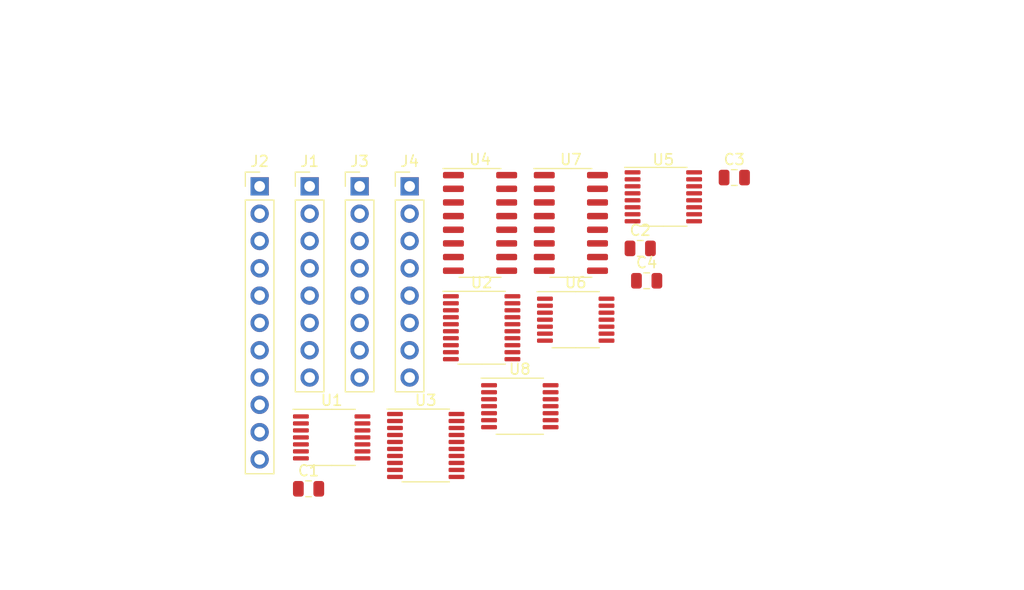
<source format=kicad_pcb>
(kicad_pcb (version 20171130) (host pcbnew "(5.1.10-1-10_14)")

  (general
    (thickness 1.6)
    (drawings 0)
    (tracks 0)
    (zones 0)
    (modules 16)
    (nets 54)
  )

  (page A4)
  (layers
    (0 F.Cu signal)
    (1 In1.Cu signal)
    (2 In2.Cu signal)
    (31 B.Cu signal)
    (32 B.Adhes user)
    (33 F.Adhes user)
    (34 B.Paste user)
    (35 F.Paste user)
    (36 B.SilkS user)
    (37 F.SilkS user)
    (38 B.Mask user)
    (39 F.Mask user)
    (40 Dwgs.User user)
    (41 Cmts.User user)
    (42 Eco1.User user)
    (43 Eco2.User user)
    (44 Edge.Cuts user)
    (45 Margin user)
    (46 B.CrtYd user)
    (47 F.CrtYd user)
    (48 B.Fab user hide)
    (49 F.Fab user hide)
  )

  (setup
    (last_trace_width 0.25)
    (user_trace_width 0.2)
    (user_trace_width 0.5)
    (trace_clearance 0.2)
    (zone_clearance 0.508)
    (zone_45_only no)
    (trace_min 0.2)
    (via_size 0.8)
    (via_drill 0.4)
    (via_min_size 0.4)
    (via_min_drill 0.3)
    (uvia_size 0.3)
    (uvia_drill 0.1)
    (uvias_allowed no)
    (uvia_min_size 0.2)
    (uvia_min_drill 0.1)
    (edge_width 0.05)
    (segment_width 0.2)
    (pcb_text_width 0.3)
    (pcb_text_size 1.5 1.5)
    (mod_edge_width 0.12)
    (mod_text_size 1 1)
    (mod_text_width 0.15)
    (pad_size 1.524 1.524)
    (pad_drill 0.762)
    (pad_to_mask_clearance 0)
    (aux_axis_origin 0 0)
    (visible_elements FFFFFF7F)
    (pcbplotparams
      (layerselection 0x010fc_ffffffff)
      (usegerberextensions false)
      (usegerberattributes true)
      (usegerberadvancedattributes true)
      (creategerberjobfile true)
      (excludeedgelayer true)
      (linewidth 0.100000)
      (plotframeref false)
      (viasonmask false)
      (mode 1)
      (useauxorigin false)
      (hpglpennumber 1)
      (hpglpenspeed 20)
      (hpglpendiameter 15.000000)
      (psnegative false)
      (psa4output false)
      (plotreference true)
      (plotvalue true)
      (plotinvisibletext false)
      (padsonsilk false)
      (subtractmaskfromsilk false)
      (outputformat 1)
      (mirror false)
      (drillshape 0)
      (scaleselection 1)
      (outputdirectory "GERBER"))
  )

  (net 0 "")
  (net 1 VCC)
  (net 2 A0)
  (net 3 A1)
  (net 4 A2)
  (net 5 A3)
  (net 6 GND)
  (net 7 "Net-(U1-Pad11)")
  (net 8 ~ROL)
  (net 9 ~ROR)
  (net 10 "Net-(U1-Pad8)")
  (net 11 S1)
  (net 12 ~SHR)
  (net 13 ~LDA)
  (net 14 S0)
  (net 15 ~SHL)
  (net 16 ~A_OUT)
  (net 17 A7)
  (net 18 A6)
  (net 19 A5)
  (net 20 A4)
  (net 21 BUS0)
  (net 22 BUS1)
  (net 23 BUS2)
  (net 24 BUS3)
  (net 25 BUS4)
  (net 26 BUS5)
  (net 27 BUS6)
  (net 28 BUS7)
  (net 29 B0)
  (net 30 B1)
  (net 31 B2)
  (net 32 B3)
  (net 33 B4)
  (net 34 B5)
  (net 35 B6)
  (net 36 B7)
  (net 37 CLOCK)
  (net 38 CISR)
  (net 39 ~RESET)
  (net 40 CISL)
  (net 41 "Net-(U5-Pad12)")
  (net 42 "Net-(U5-Pad9)")
  (net 43 LDB)
  (net 44 "Net-(U1-Pad6)")
  (net 45 "Net-(U1-Pad3)")
  (net 46 "Net-(U6-Pad12)")
  (net 47 "Net-(U6-Pad10)")
  (net 48 "Net-(U6-Pad8)")
  (net 49 "Net-(U6-Pad6)")
  (net 50 "Net-(U6-Pad4)")
  (net 51 "Net-(U6-Pad2)")
  (net 52 "Net-(U8-Pad11)")
  (net 53 "Net-(U8-Pad8)")

  (net_class Default "This is the default net class."
    (clearance 0.2)
    (trace_width 0.25)
    (via_dia 0.8)
    (via_drill 0.4)
    (uvia_dia 0.3)
    (uvia_drill 0.1)
    (add_net A0)
    (add_net A1)
    (add_net A2)
    (add_net A3)
    (add_net A4)
    (add_net A5)
    (add_net A6)
    (add_net A7)
    (add_net B0)
    (add_net B1)
    (add_net B2)
    (add_net B3)
    (add_net B4)
    (add_net B5)
    (add_net B6)
    (add_net B7)
    (add_net BUS0)
    (add_net BUS1)
    (add_net BUS2)
    (add_net BUS3)
    (add_net BUS4)
    (add_net BUS5)
    (add_net BUS6)
    (add_net BUS7)
    (add_net CISL)
    (add_net CISR)
    (add_net CLOCK)
    (add_net GND)
    (add_net LDB)
    (add_net "Net-(U1-Pad11)")
    (add_net "Net-(U1-Pad3)")
    (add_net "Net-(U1-Pad6)")
    (add_net "Net-(U1-Pad8)")
    (add_net "Net-(U5-Pad12)")
    (add_net "Net-(U5-Pad9)")
    (add_net "Net-(U6-Pad10)")
    (add_net "Net-(U6-Pad12)")
    (add_net "Net-(U6-Pad2)")
    (add_net "Net-(U6-Pad4)")
    (add_net "Net-(U6-Pad6)")
    (add_net "Net-(U6-Pad8)")
    (add_net "Net-(U8-Pad11)")
    (add_net "Net-(U8-Pad8)")
    (add_net S0)
    (add_net S1)
    (add_net VCC)
    (add_net ~A_OUT)
    (add_net ~LDA)
    (add_net ~RESET)
    (add_net ~ROL)
    (add_net ~ROR)
    (add_net ~SHL)
    (add_net ~SHR)
  )

  (module Package_SO:TSSOP-14_4.4x5mm_P0.65mm (layer F.Cu) (tedit 5E476F32) (tstamp 61B764C2)
    (at 157.826 101.032)
    (descr "TSSOP, 14 Pin (JEDEC MO-153 Var AB-1 https://www.jedec.org/document_search?search_api_views_fulltext=MO-153), generated with kicad-footprint-generator ipc_gullwing_generator.py")
    (tags "TSSOP SO")
    (path /61BD933C)
    (attr smd)
    (fp_text reference U8 (at 0 -3.45) (layer F.SilkS)
      (effects (font (size 1 1) (thickness 0.15)))
    )
    (fp_text value 74LS32 (at 0 3.45) (layer F.Fab)
      (effects (font (size 1 1) (thickness 0.15)))
    )
    (fp_text user %R (at 0 0) (layer F.Fab)
      (effects (font (size 1 1) (thickness 0.15)))
    )
    (fp_line (start 0 2.61) (end 2.2 2.61) (layer F.SilkS) (width 0.12))
    (fp_line (start 0 2.61) (end -2.2 2.61) (layer F.SilkS) (width 0.12))
    (fp_line (start 0 -2.61) (end 2.2 -2.61) (layer F.SilkS) (width 0.12))
    (fp_line (start 0 -2.61) (end -3.6 -2.61) (layer F.SilkS) (width 0.12))
    (fp_line (start -1.2 -2.5) (end 2.2 -2.5) (layer F.Fab) (width 0.1))
    (fp_line (start 2.2 -2.5) (end 2.2 2.5) (layer F.Fab) (width 0.1))
    (fp_line (start 2.2 2.5) (end -2.2 2.5) (layer F.Fab) (width 0.1))
    (fp_line (start -2.2 2.5) (end -2.2 -1.5) (layer F.Fab) (width 0.1))
    (fp_line (start -2.2 -1.5) (end -1.2 -2.5) (layer F.Fab) (width 0.1))
    (fp_line (start -3.85 -2.75) (end -3.85 2.75) (layer F.CrtYd) (width 0.05))
    (fp_line (start -3.85 2.75) (end 3.85 2.75) (layer F.CrtYd) (width 0.05))
    (fp_line (start 3.85 2.75) (end 3.85 -2.75) (layer F.CrtYd) (width 0.05))
    (fp_line (start 3.85 -2.75) (end -3.85 -2.75) (layer F.CrtYd) (width 0.05))
    (pad 14 smd roundrect (at 2.8625 -1.95) (size 1.475 0.4) (layers F.Cu F.Paste F.Mask) (roundrect_rratio 0.25)
      (net 1 VCC))
    (pad 13 smd roundrect (at 2.8625 -1.3) (size 1.475 0.4) (layers F.Cu F.Paste F.Mask) (roundrect_rratio 0.25)
      (net 6 GND))
    (pad 12 smd roundrect (at 2.8625 -0.65) (size 1.475 0.4) (layers F.Cu F.Paste F.Mask) (roundrect_rratio 0.25)
      (net 6 GND))
    (pad 11 smd roundrect (at 2.8625 0) (size 1.475 0.4) (layers F.Cu F.Paste F.Mask) (roundrect_rratio 0.25)
      (net 52 "Net-(U8-Pad11)"))
    (pad 10 smd roundrect (at 2.8625 0.65) (size 1.475 0.4) (layers F.Cu F.Paste F.Mask) (roundrect_rratio 0.25)
      (net 6 GND))
    (pad 9 smd roundrect (at 2.8625 1.3) (size 1.475 0.4) (layers F.Cu F.Paste F.Mask) (roundrect_rratio 0.25)
      (net 6 GND))
    (pad 8 smd roundrect (at 2.8625 1.95) (size 1.475 0.4) (layers F.Cu F.Paste F.Mask) (roundrect_rratio 0.25)
      (net 53 "Net-(U8-Pad8)"))
    (pad 7 smd roundrect (at -2.8625 1.95) (size 1.475 0.4) (layers F.Cu F.Paste F.Mask) (roundrect_rratio 0.25)
      (net 6 GND))
    (pad 6 smd roundrect (at -2.8625 1.3) (size 1.475 0.4) (layers F.Cu F.Paste F.Mask) (roundrect_rratio 0.25)
      (net 11 S1))
    (pad 5 smd roundrect (at -2.8625 0.65) (size 1.475 0.4) (layers F.Cu F.Paste F.Mask) (roundrect_rratio 0.25)
      (net 50 "Net-(U6-Pad4)"))
    (pad 4 smd roundrect (at -2.8625 0) (size 1.475 0.4) (layers F.Cu F.Paste F.Mask) (roundrect_rratio 0.25)
      (net 44 "Net-(U1-Pad6)"))
    (pad 3 smd roundrect (at -2.8625 -0.65) (size 1.475 0.4) (layers F.Cu F.Paste F.Mask) (roundrect_rratio 0.25)
      (net 14 S0))
    (pad 2 smd roundrect (at -2.8625 -1.3) (size 1.475 0.4) (layers F.Cu F.Paste F.Mask) (roundrect_rratio 0.25)
      (net 51 "Net-(U6-Pad2)"))
    (pad 1 smd roundrect (at -2.8625 -1.95) (size 1.475 0.4) (layers F.Cu F.Paste F.Mask) (roundrect_rratio 0.25)
      (net 45 "Net-(U1-Pad3)"))
    (model ${KISYS3DMOD}/Package_SO.3dshapes/TSSOP-14_4.4x5mm_P0.65mm.wrl
      (at (xyz 0 0 0))
      (scale (xyz 1 1 1))
      (rotate (xyz 0 0 0))
    )
  )

  (module Package_SO:SOIC-16_3.9x9.9mm_P1.27mm (layer F.Cu) (tedit 5D9F72B1) (tstamp 61B764A2)
    (at 162.576 83.982)
    (descr "SOIC, 16 Pin (JEDEC MS-012AC, https://www.analog.com/media/en/package-pcb-resources/package/pkg_pdf/soic_narrow-r/r_16.pdf), generated with kicad-footprint-generator ipc_gullwing_generator.py")
    (tags "SOIC SO")
    (path /61846443)
    (attr smd)
    (fp_text reference U7 (at 0 -5.9) (layer F.SilkS)
      (effects (font (size 1 1) (thickness 0.15)))
    )
    (fp_text value 74LS194 (at 0 5.9) (layer F.Fab)
      (effects (font (size 1 1) (thickness 0.15)))
    )
    (fp_text user %R (at 0 0) (layer F.Fab)
      (effects (font (size 0.98 0.98) (thickness 0.15)))
    )
    (fp_line (start 0 5.06) (end 1.95 5.06) (layer F.SilkS) (width 0.12))
    (fp_line (start 0 5.06) (end -1.95 5.06) (layer F.SilkS) (width 0.12))
    (fp_line (start 0 -5.06) (end 1.95 -5.06) (layer F.SilkS) (width 0.12))
    (fp_line (start 0 -5.06) (end -3.45 -5.06) (layer F.SilkS) (width 0.12))
    (fp_line (start -0.975 -4.95) (end 1.95 -4.95) (layer F.Fab) (width 0.1))
    (fp_line (start 1.95 -4.95) (end 1.95 4.95) (layer F.Fab) (width 0.1))
    (fp_line (start 1.95 4.95) (end -1.95 4.95) (layer F.Fab) (width 0.1))
    (fp_line (start -1.95 4.95) (end -1.95 -3.975) (layer F.Fab) (width 0.1))
    (fp_line (start -1.95 -3.975) (end -0.975 -4.95) (layer F.Fab) (width 0.1))
    (fp_line (start -3.7 -5.2) (end -3.7 5.2) (layer F.CrtYd) (width 0.05))
    (fp_line (start -3.7 5.2) (end 3.7 5.2) (layer F.CrtYd) (width 0.05))
    (fp_line (start 3.7 5.2) (end 3.7 -5.2) (layer F.CrtYd) (width 0.05))
    (fp_line (start 3.7 -5.2) (end -3.7 -5.2) (layer F.CrtYd) (width 0.05))
    (pad 16 smd roundrect (at 2.475 -4.445) (size 1.95 0.6) (layers F.Cu F.Paste F.Mask) (roundrect_rratio 0.25)
      (net 1 VCC))
    (pad 15 smd roundrect (at 2.475 -3.175) (size 1.95 0.6) (layers F.Cu F.Paste F.Mask) (roundrect_rratio 0.25)
      (net 20 A4))
    (pad 14 smd roundrect (at 2.475 -1.905) (size 1.95 0.6) (layers F.Cu F.Paste F.Mask) (roundrect_rratio 0.25)
      (net 19 A5))
    (pad 13 smd roundrect (at 2.475 -0.635) (size 1.95 0.6) (layers F.Cu F.Paste F.Mask) (roundrect_rratio 0.25)
      (net 18 A6))
    (pad 12 smd roundrect (at 2.475 0.635) (size 1.95 0.6) (layers F.Cu F.Paste F.Mask) (roundrect_rratio 0.25)
      (net 17 A7))
    (pad 11 smd roundrect (at 2.475 1.905) (size 1.95 0.6) (layers F.Cu F.Paste F.Mask) (roundrect_rratio 0.25)
      (net 37 CLOCK))
    (pad 10 smd roundrect (at 2.475 3.175) (size 1.95 0.6) (layers F.Cu F.Paste F.Mask) (roundrect_rratio 0.25)
      (net 11 S1))
    (pad 9 smd roundrect (at 2.475 4.445) (size 1.95 0.6) (layers F.Cu F.Paste F.Mask) (roundrect_rratio 0.25)
      (net 14 S0))
    (pad 8 smd roundrect (at -2.475 4.445) (size 1.95 0.6) (layers F.Cu F.Paste F.Mask) (roundrect_rratio 0.25)
      (net 6 GND))
    (pad 7 smd roundrect (at -2.475 3.175) (size 1.95 0.6) (layers F.Cu F.Paste F.Mask) (roundrect_rratio 0.25)
      (net 40 CISL))
    (pad 6 smd roundrect (at -2.475 1.905) (size 1.95 0.6) (layers F.Cu F.Paste F.Mask) (roundrect_rratio 0.25)
      (net 28 BUS7))
    (pad 5 smd roundrect (at -2.475 0.635) (size 1.95 0.6) (layers F.Cu F.Paste F.Mask) (roundrect_rratio 0.25)
      (net 27 BUS6))
    (pad 4 smd roundrect (at -2.475 -0.635) (size 1.95 0.6) (layers F.Cu F.Paste F.Mask) (roundrect_rratio 0.25)
      (net 26 BUS5))
    (pad 3 smd roundrect (at -2.475 -1.905) (size 1.95 0.6) (layers F.Cu F.Paste F.Mask) (roundrect_rratio 0.25)
      (net 25 BUS4))
    (pad 2 smd roundrect (at -2.475 -3.175) (size 1.95 0.6) (layers F.Cu F.Paste F.Mask) (roundrect_rratio 0.25)
      (net 5 A3))
    (pad 1 smd roundrect (at -2.475 -4.445) (size 1.95 0.6) (layers F.Cu F.Paste F.Mask) (roundrect_rratio 0.25)
      (net 39 ~RESET))
    (model ${KISYS3DMOD}/Package_SO.3dshapes/SOIC-16_3.9x9.9mm_P1.27mm.wrl
      (at (xyz 0 0 0))
      (scale (xyz 1 1 1))
      (rotate (xyz 0 0 0))
    )
  )

  (module Package_SO:TSSOP-14_4.4x5mm_P0.65mm (layer F.Cu) (tedit 5E476F32) (tstamp 61B76480)
    (at 163.026 92.982)
    (descr "TSSOP, 14 Pin (JEDEC MO-153 Var AB-1 https://www.jedec.org/document_search?search_api_views_fulltext=MO-153), generated with kicad-footprint-generator ipc_gullwing_generator.py")
    (tags "TSSOP SO")
    (path /61BF450B)
    (attr smd)
    (fp_text reference U6 (at 0 -3.45) (layer F.SilkS)
      (effects (font (size 1 1) (thickness 0.15)))
    )
    (fp_text value 74LS04 (at 0 3.45) (layer F.Fab)
      (effects (font (size 1 1) (thickness 0.15)))
    )
    (fp_text user %R (at 0 0) (layer F.Fab)
      (effects (font (size 1 1) (thickness 0.15)))
    )
    (fp_line (start 0 2.61) (end 2.2 2.61) (layer F.SilkS) (width 0.12))
    (fp_line (start 0 2.61) (end -2.2 2.61) (layer F.SilkS) (width 0.12))
    (fp_line (start 0 -2.61) (end 2.2 -2.61) (layer F.SilkS) (width 0.12))
    (fp_line (start 0 -2.61) (end -3.6 -2.61) (layer F.SilkS) (width 0.12))
    (fp_line (start -1.2 -2.5) (end 2.2 -2.5) (layer F.Fab) (width 0.1))
    (fp_line (start 2.2 -2.5) (end 2.2 2.5) (layer F.Fab) (width 0.1))
    (fp_line (start 2.2 2.5) (end -2.2 2.5) (layer F.Fab) (width 0.1))
    (fp_line (start -2.2 2.5) (end -2.2 -1.5) (layer F.Fab) (width 0.1))
    (fp_line (start -2.2 -1.5) (end -1.2 -2.5) (layer F.Fab) (width 0.1))
    (fp_line (start -3.85 -2.75) (end -3.85 2.75) (layer F.CrtYd) (width 0.05))
    (fp_line (start -3.85 2.75) (end 3.85 2.75) (layer F.CrtYd) (width 0.05))
    (fp_line (start 3.85 2.75) (end 3.85 -2.75) (layer F.CrtYd) (width 0.05))
    (fp_line (start 3.85 -2.75) (end -3.85 -2.75) (layer F.CrtYd) (width 0.05))
    (pad 14 smd roundrect (at 2.8625 -1.95) (size 1.475 0.4) (layers F.Cu F.Paste F.Mask) (roundrect_rratio 0.25)
      (net 1 VCC))
    (pad 13 smd roundrect (at 2.8625 -1.3) (size 1.475 0.4) (layers F.Cu F.Paste F.Mask) (roundrect_rratio 0.25)
      (net 6 GND))
    (pad 12 smd roundrect (at 2.8625 -0.65) (size 1.475 0.4) (layers F.Cu F.Paste F.Mask) (roundrect_rratio 0.25)
      (net 46 "Net-(U6-Pad12)"))
    (pad 11 smd roundrect (at 2.8625 0) (size 1.475 0.4) (layers F.Cu F.Paste F.Mask) (roundrect_rratio 0.25)
      (net 6 GND))
    (pad 10 smd roundrect (at 2.8625 0.65) (size 1.475 0.4) (layers F.Cu F.Paste F.Mask) (roundrect_rratio 0.25)
      (net 47 "Net-(U6-Pad10)"))
    (pad 9 smd roundrect (at 2.8625 1.3) (size 1.475 0.4) (layers F.Cu F.Paste F.Mask) (roundrect_rratio 0.25)
      (net 6 GND))
    (pad 8 smd roundrect (at 2.8625 1.95) (size 1.475 0.4) (layers F.Cu F.Paste F.Mask) (roundrect_rratio 0.25)
      (net 48 "Net-(U6-Pad8)"))
    (pad 7 smd roundrect (at -2.8625 1.95) (size 1.475 0.4) (layers F.Cu F.Paste F.Mask) (roundrect_rratio 0.25)
      (net 6 GND))
    (pad 6 smd roundrect (at -2.8625 1.3) (size 1.475 0.4) (layers F.Cu F.Paste F.Mask) (roundrect_rratio 0.25)
      (net 49 "Net-(U6-Pad6)"))
    (pad 5 smd roundrect (at -2.8625 0.65) (size 1.475 0.4) (layers F.Cu F.Paste F.Mask) (roundrect_rratio 0.25)
      (net 6 GND))
    (pad 4 smd roundrect (at -2.8625 0) (size 1.475 0.4) (layers F.Cu F.Paste F.Mask) (roundrect_rratio 0.25)
      (net 50 "Net-(U6-Pad4)"))
    (pad 3 smd roundrect (at -2.8625 -0.65) (size 1.475 0.4) (layers F.Cu F.Paste F.Mask) (roundrect_rratio 0.25)
      (net 9 ~ROR))
    (pad 2 smd roundrect (at -2.8625 -1.3) (size 1.475 0.4) (layers F.Cu F.Paste F.Mask) (roundrect_rratio 0.25)
      (net 51 "Net-(U6-Pad2)"))
    (pad 1 smd roundrect (at -2.8625 -1.95) (size 1.475 0.4) (layers F.Cu F.Paste F.Mask) (roundrect_rratio 0.25)
      (net 8 ~ROL))
    (model ${KISYS3DMOD}/Package_SO.3dshapes/TSSOP-14_4.4x5mm_P0.65mm.wrl
      (at (xyz 0 0 0))
      (scale (xyz 1 1 1))
      (rotate (xyz 0 0 0))
    )
  )

  (module Package_SO:TSSOP-16_4.4x5mm_P0.65mm (layer F.Cu) (tedit 5E476F32) (tstamp 61B76460)
    (at 171.176 81.552)
    (descr "TSSOP, 16 Pin (JEDEC MO-153 Var AB https://www.jedec.org/document_search?search_api_views_fulltext=MO-153), generated with kicad-footprint-generator ipc_gullwing_generator.py")
    (tags "TSSOP SO")
    (path /64BBAE4D)
    (attr smd)
    (fp_text reference U5 (at 0 -3.45) (layer F.SilkS)
      (effects (font (size 1 1) (thickness 0.15)))
    )
    (fp_text value 74LS258 (at 0 3.45) (layer F.Fab)
      (effects (font (size 1 1) (thickness 0.15)))
    )
    (fp_text user %R (at 0 0) (layer F.Fab)
      (effects (font (size 1 1) (thickness 0.15)))
    )
    (fp_line (start 0 2.735) (end 2.2 2.735) (layer F.SilkS) (width 0.12))
    (fp_line (start 0 2.735) (end -2.2 2.735) (layer F.SilkS) (width 0.12))
    (fp_line (start 0 -2.735) (end 2.2 -2.735) (layer F.SilkS) (width 0.12))
    (fp_line (start 0 -2.735) (end -3.6 -2.735) (layer F.SilkS) (width 0.12))
    (fp_line (start -1.2 -2.5) (end 2.2 -2.5) (layer F.Fab) (width 0.1))
    (fp_line (start 2.2 -2.5) (end 2.2 2.5) (layer F.Fab) (width 0.1))
    (fp_line (start 2.2 2.5) (end -2.2 2.5) (layer F.Fab) (width 0.1))
    (fp_line (start -2.2 2.5) (end -2.2 -1.5) (layer F.Fab) (width 0.1))
    (fp_line (start -2.2 -1.5) (end -1.2 -2.5) (layer F.Fab) (width 0.1))
    (fp_line (start -3.85 -2.75) (end -3.85 2.75) (layer F.CrtYd) (width 0.05))
    (fp_line (start -3.85 2.75) (end 3.85 2.75) (layer F.CrtYd) (width 0.05))
    (fp_line (start 3.85 2.75) (end 3.85 -2.75) (layer F.CrtYd) (width 0.05))
    (fp_line (start 3.85 -2.75) (end -3.85 -2.75) (layer F.CrtYd) (width 0.05))
    (pad 16 smd roundrect (at 2.8625 -2.275) (size 1.475 0.4) (layers F.Cu F.Paste F.Mask) (roundrect_rratio 0.25)
      (net 1 VCC))
    (pad 15 smd roundrect (at 2.8625 -1.625) (size 1.475 0.4) (layers F.Cu F.Paste F.Mask) (roundrect_rratio 0.25)
      (net 6 GND))
    (pad 14 smd roundrect (at 2.8625 -0.975) (size 1.475 0.4) (layers F.Cu F.Paste F.Mask) (roundrect_rratio 0.25)
      (net 6 GND))
    (pad 13 smd roundrect (at 2.8625 -0.325) (size 1.475 0.4) (layers F.Cu F.Paste F.Mask) (roundrect_rratio 0.25)
      (net 6 GND))
    (pad 12 smd roundrect (at 2.8625 0.325) (size 1.475 0.4) (layers F.Cu F.Paste F.Mask) (roundrect_rratio 0.25)
      (net 41 "Net-(U5-Pad12)"))
    (pad 11 smd roundrect (at 2.8625 0.975) (size 1.475 0.4) (layers F.Cu F.Paste F.Mask) (roundrect_rratio 0.25)
      (net 6 GND))
    (pad 10 smd roundrect (at 2.8625 1.625) (size 1.475 0.4) (layers F.Cu F.Paste F.Mask) (roundrect_rratio 0.25)
      (net 6 GND))
    (pad 9 smd roundrect (at 2.8625 2.275) (size 1.475 0.4) (layers F.Cu F.Paste F.Mask) (roundrect_rratio 0.25)
      (net 42 "Net-(U5-Pad9)"))
    (pad 8 smd roundrect (at -2.8625 2.275) (size 1.475 0.4) (layers F.Cu F.Paste F.Mask) (roundrect_rratio 0.25)
      (net 6 GND))
    (pad 7 smd roundrect (at -2.8625 1.625) (size 1.475 0.4) (layers F.Cu F.Paste F.Mask) (roundrect_rratio 0.25)
      (net 38 CISR))
    (pad 6 smd roundrect (at -2.8625 0.975) (size 1.475 0.4) (layers F.Cu F.Paste F.Mask) (roundrect_rratio 0.25)
      (net 2 A0))
    (pad 5 smd roundrect (at -2.8625 0.325) (size 1.475 0.4) (layers F.Cu F.Paste F.Mask) (roundrect_rratio 0.25)
      (net 6 GND))
    (pad 4 smd roundrect (at -2.8625 -0.325) (size 1.475 0.4) (layers F.Cu F.Paste F.Mask) (roundrect_rratio 0.25)
      (net 40 CISL))
    (pad 3 smd roundrect (at -2.8625 -0.975) (size 1.475 0.4) (layers F.Cu F.Paste F.Mask) (roundrect_rratio 0.25)
      (net 17 A7))
    (pad 2 smd roundrect (at -2.8625 -1.625) (size 1.475 0.4) (layers F.Cu F.Paste F.Mask) (roundrect_rratio 0.25)
      (net 6 GND))
    (pad 1 smd roundrect (at -2.8625 -2.275) (size 1.475 0.4) (layers F.Cu F.Paste F.Mask) (roundrect_rratio 0.25)
      (net 10 "Net-(U1-Pad8)"))
    (model ${KISYS3DMOD}/Package_SO.3dshapes/TSSOP-16_4.4x5mm_P0.65mm.wrl
      (at (xyz 0 0 0))
      (scale (xyz 1 1 1))
      (rotate (xyz 0 0 0))
    )
  )

  (module Package_SO:SOIC-16_3.9x9.9mm_P1.27mm (layer F.Cu) (tedit 5D9F72B1) (tstamp 61B7643E)
    (at 154.126 83.982)
    (descr "SOIC, 16 Pin (JEDEC MS-012AC, https://www.analog.com/media/en/package-pcb-resources/package/pkg_pdf/soic_narrow-r/r_16.pdf), generated with kicad-footprint-generator ipc_gullwing_generator.py")
    (tags "SOIC SO")
    (path /61845DDD)
    (attr smd)
    (fp_text reference U4 (at 0 -5.9) (layer F.SilkS)
      (effects (font (size 1 1) (thickness 0.15)))
    )
    (fp_text value 74LS194 (at 0 5.9) (layer F.Fab)
      (effects (font (size 1 1) (thickness 0.15)))
    )
    (fp_text user %R (at 0 0) (layer F.Fab)
      (effects (font (size 0.98 0.98) (thickness 0.15)))
    )
    (fp_line (start 0 5.06) (end 1.95 5.06) (layer F.SilkS) (width 0.12))
    (fp_line (start 0 5.06) (end -1.95 5.06) (layer F.SilkS) (width 0.12))
    (fp_line (start 0 -5.06) (end 1.95 -5.06) (layer F.SilkS) (width 0.12))
    (fp_line (start 0 -5.06) (end -3.45 -5.06) (layer F.SilkS) (width 0.12))
    (fp_line (start -0.975 -4.95) (end 1.95 -4.95) (layer F.Fab) (width 0.1))
    (fp_line (start 1.95 -4.95) (end 1.95 4.95) (layer F.Fab) (width 0.1))
    (fp_line (start 1.95 4.95) (end -1.95 4.95) (layer F.Fab) (width 0.1))
    (fp_line (start -1.95 4.95) (end -1.95 -3.975) (layer F.Fab) (width 0.1))
    (fp_line (start -1.95 -3.975) (end -0.975 -4.95) (layer F.Fab) (width 0.1))
    (fp_line (start -3.7 -5.2) (end -3.7 5.2) (layer F.CrtYd) (width 0.05))
    (fp_line (start -3.7 5.2) (end 3.7 5.2) (layer F.CrtYd) (width 0.05))
    (fp_line (start 3.7 5.2) (end 3.7 -5.2) (layer F.CrtYd) (width 0.05))
    (fp_line (start 3.7 -5.2) (end -3.7 -5.2) (layer F.CrtYd) (width 0.05))
    (pad 16 smd roundrect (at 2.475 -4.445) (size 1.95 0.6) (layers F.Cu F.Paste F.Mask) (roundrect_rratio 0.25)
      (net 1 VCC))
    (pad 15 smd roundrect (at 2.475 -3.175) (size 1.95 0.6) (layers F.Cu F.Paste F.Mask) (roundrect_rratio 0.25)
      (net 2 A0))
    (pad 14 smd roundrect (at 2.475 -1.905) (size 1.95 0.6) (layers F.Cu F.Paste F.Mask) (roundrect_rratio 0.25)
      (net 3 A1))
    (pad 13 smd roundrect (at 2.475 -0.635) (size 1.95 0.6) (layers F.Cu F.Paste F.Mask) (roundrect_rratio 0.25)
      (net 4 A2))
    (pad 12 smd roundrect (at 2.475 0.635) (size 1.95 0.6) (layers F.Cu F.Paste F.Mask) (roundrect_rratio 0.25)
      (net 5 A3))
    (pad 11 smd roundrect (at 2.475 1.905) (size 1.95 0.6) (layers F.Cu F.Paste F.Mask) (roundrect_rratio 0.25)
      (net 37 CLOCK))
    (pad 10 smd roundrect (at 2.475 3.175) (size 1.95 0.6) (layers F.Cu F.Paste F.Mask) (roundrect_rratio 0.25)
      (net 11 S1))
    (pad 9 smd roundrect (at 2.475 4.445) (size 1.95 0.6) (layers F.Cu F.Paste F.Mask) (roundrect_rratio 0.25)
      (net 14 S0))
    (pad 8 smd roundrect (at -2.475 4.445) (size 1.95 0.6) (layers F.Cu F.Paste F.Mask) (roundrect_rratio 0.25)
      (net 6 GND))
    (pad 7 smd roundrect (at -2.475 3.175) (size 1.95 0.6) (layers F.Cu F.Paste F.Mask) (roundrect_rratio 0.25)
      (net 20 A4))
    (pad 6 smd roundrect (at -2.475 1.905) (size 1.95 0.6) (layers F.Cu F.Paste F.Mask) (roundrect_rratio 0.25)
      (net 24 BUS3))
    (pad 5 smd roundrect (at -2.475 0.635) (size 1.95 0.6) (layers F.Cu F.Paste F.Mask) (roundrect_rratio 0.25)
      (net 23 BUS2))
    (pad 4 smd roundrect (at -2.475 -0.635) (size 1.95 0.6) (layers F.Cu F.Paste F.Mask) (roundrect_rratio 0.25)
      (net 22 BUS1))
    (pad 3 smd roundrect (at -2.475 -1.905) (size 1.95 0.6) (layers F.Cu F.Paste F.Mask) (roundrect_rratio 0.25)
      (net 21 BUS0))
    (pad 2 smd roundrect (at -2.475 -3.175) (size 1.95 0.6) (layers F.Cu F.Paste F.Mask) (roundrect_rratio 0.25)
      (net 38 CISR))
    (pad 1 smd roundrect (at -2.475 -4.445) (size 1.95 0.6) (layers F.Cu F.Paste F.Mask) (roundrect_rratio 0.25)
      (net 39 ~RESET))
    (model ${KISYS3DMOD}/Package_SO.3dshapes/SOIC-16_3.9x9.9mm_P1.27mm.wrl
      (at (xyz 0 0 0))
      (scale (xyz 1 1 1))
      (rotate (xyz 0 0 0))
    )
  )

  (module Package_SO:TSSOP-20_4.4x6.5mm_P0.65mm (layer F.Cu) (tedit 5E476F32) (tstamp 61B7641C)
    (at 149.076 104.682)
    (descr "TSSOP, 20 Pin (JEDEC MO-153 Var AC https://www.jedec.org/document_search?search_api_views_fulltext=MO-153), generated with kicad-footprint-generator ipc_gullwing_generator.py")
    (tags "TSSOP SO")
    (path /618A35F4)
    (attr smd)
    (fp_text reference U3 (at 0 -4.2) (layer F.SilkS)
      (effects (font (size 1 1) (thickness 0.15)))
    )
    (fp_text value 74LS574 (at 0 4.2) (layer F.Fab)
      (effects (font (size 1 1) (thickness 0.15)))
    )
    (fp_text user %R (at 0 0) (layer F.Fab)
      (effects (font (size 1 1) (thickness 0.15)))
    )
    (fp_line (start 0 3.385) (end 2.2 3.385) (layer F.SilkS) (width 0.12))
    (fp_line (start 0 3.385) (end -2.2 3.385) (layer F.SilkS) (width 0.12))
    (fp_line (start 0 -3.385) (end 2.2 -3.385) (layer F.SilkS) (width 0.12))
    (fp_line (start 0 -3.385) (end -3.6 -3.385) (layer F.SilkS) (width 0.12))
    (fp_line (start -1.2 -3.25) (end 2.2 -3.25) (layer F.Fab) (width 0.1))
    (fp_line (start 2.2 -3.25) (end 2.2 3.25) (layer F.Fab) (width 0.1))
    (fp_line (start 2.2 3.25) (end -2.2 3.25) (layer F.Fab) (width 0.1))
    (fp_line (start -2.2 3.25) (end -2.2 -2.25) (layer F.Fab) (width 0.1))
    (fp_line (start -2.2 -2.25) (end -1.2 -3.25) (layer F.Fab) (width 0.1))
    (fp_line (start -3.85 -3.5) (end -3.85 3.5) (layer F.CrtYd) (width 0.05))
    (fp_line (start -3.85 3.5) (end 3.85 3.5) (layer F.CrtYd) (width 0.05))
    (fp_line (start 3.85 3.5) (end 3.85 -3.5) (layer F.CrtYd) (width 0.05))
    (fp_line (start 3.85 -3.5) (end -3.85 -3.5) (layer F.CrtYd) (width 0.05))
    (pad 20 smd roundrect (at 2.8625 -2.925) (size 1.475 0.4) (layers F.Cu F.Paste F.Mask) (roundrect_rratio 0.25)
      (net 1 VCC))
    (pad 19 smd roundrect (at 2.8625 -2.275) (size 1.475 0.4) (layers F.Cu F.Paste F.Mask) (roundrect_rratio 0.25)
      (net 36 B7))
    (pad 18 smd roundrect (at 2.8625 -1.625) (size 1.475 0.4) (layers F.Cu F.Paste F.Mask) (roundrect_rratio 0.25)
      (net 35 B6))
    (pad 17 smd roundrect (at 2.8625 -0.975) (size 1.475 0.4) (layers F.Cu F.Paste F.Mask) (roundrect_rratio 0.25)
      (net 34 B5))
    (pad 16 smd roundrect (at 2.8625 -0.325) (size 1.475 0.4) (layers F.Cu F.Paste F.Mask) (roundrect_rratio 0.25)
      (net 33 B4))
    (pad 15 smd roundrect (at 2.8625 0.325) (size 1.475 0.4) (layers F.Cu F.Paste F.Mask) (roundrect_rratio 0.25)
      (net 32 B3))
    (pad 14 smd roundrect (at 2.8625 0.975) (size 1.475 0.4) (layers F.Cu F.Paste F.Mask) (roundrect_rratio 0.25)
      (net 31 B2))
    (pad 13 smd roundrect (at 2.8625 1.625) (size 1.475 0.4) (layers F.Cu F.Paste F.Mask) (roundrect_rratio 0.25)
      (net 30 B1))
    (pad 12 smd roundrect (at 2.8625 2.275) (size 1.475 0.4) (layers F.Cu F.Paste F.Mask) (roundrect_rratio 0.25)
      (net 29 B0))
    (pad 11 smd roundrect (at 2.8625 2.925) (size 1.475 0.4) (layers F.Cu F.Paste F.Mask) (roundrect_rratio 0.25)
      (net 43 LDB))
    (pad 10 smd roundrect (at -2.8625 2.925) (size 1.475 0.4) (layers F.Cu F.Paste F.Mask) (roundrect_rratio 0.25)
      (net 6 GND))
    (pad 9 smd roundrect (at -2.8625 2.275) (size 1.475 0.4) (layers F.Cu F.Paste F.Mask) (roundrect_rratio 0.25)
      (net 21 BUS0))
    (pad 8 smd roundrect (at -2.8625 1.625) (size 1.475 0.4) (layers F.Cu F.Paste F.Mask) (roundrect_rratio 0.25)
      (net 22 BUS1))
    (pad 7 smd roundrect (at -2.8625 0.975) (size 1.475 0.4) (layers F.Cu F.Paste F.Mask) (roundrect_rratio 0.25)
      (net 23 BUS2))
    (pad 6 smd roundrect (at -2.8625 0.325) (size 1.475 0.4) (layers F.Cu F.Paste F.Mask) (roundrect_rratio 0.25)
      (net 24 BUS3))
    (pad 5 smd roundrect (at -2.8625 -0.325) (size 1.475 0.4) (layers F.Cu F.Paste F.Mask) (roundrect_rratio 0.25)
      (net 25 BUS4))
    (pad 4 smd roundrect (at -2.8625 -0.975) (size 1.475 0.4) (layers F.Cu F.Paste F.Mask) (roundrect_rratio 0.25)
      (net 26 BUS5))
    (pad 3 smd roundrect (at -2.8625 -1.625) (size 1.475 0.4) (layers F.Cu F.Paste F.Mask) (roundrect_rratio 0.25)
      (net 27 BUS6))
    (pad 2 smd roundrect (at -2.8625 -2.275) (size 1.475 0.4) (layers F.Cu F.Paste F.Mask) (roundrect_rratio 0.25)
      (net 28 BUS7))
    (pad 1 smd roundrect (at -2.8625 -2.925) (size 1.475 0.4) (layers F.Cu F.Paste F.Mask) (roundrect_rratio 0.25)
      (net 6 GND))
    (model ${KISYS3DMOD}/Package_SO.3dshapes/TSSOP-20_4.4x6.5mm_P0.65mm.wrl
      (at (xyz 0 0 0))
      (scale (xyz 1 1 1))
      (rotate (xyz 0 0 0))
    )
  )

  (module Package_SO:TSSOP-20_4.4x6.5mm_P0.65mm (layer F.Cu) (tedit 5E476F32) (tstamp 61B763F6)
    (at 154.276 93.732)
    (descr "TSSOP, 20 Pin (JEDEC MO-153 Var AC https://www.jedec.org/document_search?search_api_views_fulltext=MO-153), generated with kicad-footprint-generator ipc_gullwing_generator.py")
    (tags "TSSOP SO")
    (path /618A67CD)
    (attr smd)
    (fp_text reference U2 (at 0 -4.2) (layer F.SilkS)
      (effects (font (size 1 1) (thickness 0.15)))
    )
    (fp_text value 74HC245 (at 0 4.2) (layer F.Fab)
      (effects (font (size 1 1) (thickness 0.15)))
    )
    (fp_text user %R (at 0 0) (layer F.Fab)
      (effects (font (size 1 1) (thickness 0.15)))
    )
    (fp_line (start 0 3.385) (end 2.2 3.385) (layer F.SilkS) (width 0.12))
    (fp_line (start 0 3.385) (end -2.2 3.385) (layer F.SilkS) (width 0.12))
    (fp_line (start 0 -3.385) (end 2.2 -3.385) (layer F.SilkS) (width 0.12))
    (fp_line (start 0 -3.385) (end -3.6 -3.385) (layer F.SilkS) (width 0.12))
    (fp_line (start -1.2 -3.25) (end 2.2 -3.25) (layer F.Fab) (width 0.1))
    (fp_line (start 2.2 -3.25) (end 2.2 3.25) (layer F.Fab) (width 0.1))
    (fp_line (start 2.2 3.25) (end -2.2 3.25) (layer F.Fab) (width 0.1))
    (fp_line (start -2.2 3.25) (end -2.2 -2.25) (layer F.Fab) (width 0.1))
    (fp_line (start -2.2 -2.25) (end -1.2 -3.25) (layer F.Fab) (width 0.1))
    (fp_line (start -3.85 -3.5) (end -3.85 3.5) (layer F.CrtYd) (width 0.05))
    (fp_line (start -3.85 3.5) (end 3.85 3.5) (layer F.CrtYd) (width 0.05))
    (fp_line (start 3.85 3.5) (end 3.85 -3.5) (layer F.CrtYd) (width 0.05))
    (fp_line (start 3.85 -3.5) (end -3.85 -3.5) (layer F.CrtYd) (width 0.05))
    (pad 20 smd roundrect (at 2.8625 -2.925) (size 1.475 0.4) (layers F.Cu F.Paste F.Mask) (roundrect_rratio 0.25)
      (net 1 VCC))
    (pad 19 smd roundrect (at 2.8625 -2.275) (size 1.475 0.4) (layers F.Cu F.Paste F.Mask) (roundrect_rratio 0.25)
      (net 16 ~A_OUT))
    (pad 18 smd roundrect (at 2.8625 -1.625) (size 1.475 0.4) (layers F.Cu F.Paste F.Mask) (roundrect_rratio 0.25)
      (net 17 A7))
    (pad 17 smd roundrect (at 2.8625 -0.975) (size 1.475 0.4) (layers F.Cu F.Paste F.Mask) (roundrect_rratio 0.25)
      (net 18 A6))
    (pad 16 smd roundrect (at 2.8625 -0.325) (size 1.475 0.4) (layers F.Cu F.Paste F.Mask) (roundrect_rratio 0.25)
      (net 19 A5))
    (pad 15 smd roundrect (at 2.8625 0.325) (size 1.475 0.4) (layers F.Cu F.Paste F.Mask) (roundrect_rratio 0.25)
      (net 20 A4))
    (pad 14 smd roundrect (at 2.8625 0.975) (size 1.475 0.4) (layers F.Cu F.Paste F.Mask) (roundrect_rratio 0.25)
      (net 5 A3))
    (pad 13 smd roundrect (at 2.8625 1.625) (size 1.475 0.4) (layers F.Cu F.Paste F.Mask) (roundrect_rratio 0.25)
      (net 4 A2))
    (pad 12 smd roundrect (at 2.8625 2.275) (size 1.475 0.4) (layers F.Cu F.Paste F.Mask) (roundrect_rratio 0.25)
      (net 3 A1))
    (pad 11 smd roundrect (at 2.8625 2.925) (size 1.475 0.4) (layers F.Cu F.Paste F.Mask) (roundrect_rratio 0.25)
      (net 2 A0))
    (pad 10 smd roundrect (at -2.8625 2.925) (size 1.475 0.4) (layers F.Cu F.Paste F.Mask) (roundrect_rratio 0.25)
      (net 6 GND))
    (pad 9 smd roundrect (at -2.8625 2.275) (size 1.475 0.4) (layers F.Cu F.Paste F.Mask) (roundrect_rratio 0.25)
      (net 21 BUS0))
    (pad 8 smd roundrect (at -2.8625 1.625) (size 1.475 0.4) (layers F.Cu F.Paste F.Mask) (roundrect_rratio 0.25)
      (net 22 BUS1))
    (pad 7 smd roundrect (at -2.8625 0.975) (size 1.475 0.4) (layers F.Cu F.Paste F.Mask) (roundrect_rratio 0.25)
      (net 23 BUS2))
    (pad 6 smd roundrect (at -2.8625 0.325) (size 1.475 0.4) (layers F.Cu F.Paste F.Mask) (roundrect_rratio 0.25)
      (net 24 BUS3))
    (pad 5 smd roundrect (at -2.8625 -0.325) (size 1.475 0.4) (layers F.Cu F.Paste F.Mask) (roundrect_rratio 0.25)
      (net 25 BUS4))
    (pad 4 smd roundrect (at -2.8625 -0.975) (size 1.475 0.4) (layers F.Cu F.Paste F.Mask) (roundrect_rratio 0.25)
      (net 26 BUS5))
    (pad 3 smd roundrect (at -2.8625 -1.625) (size 1.475 0.4) (layers F.Cu F.Paste F.Mask) (roundrect_rratio 0.25)
      (net 27 BUS6))
    (pad 2 smd roundrect (at -2.8625 -2.275) (size 1.475 0.4) (layers F.Cu F.Paste F.Mask) (roundrect_rratio 0.25)
      (net 28 BUS7))
    (pad 1 smd roundrect (at -2.8625 -2.925) (size 1.475 0.4) (layers F.Cu F.Paste F.Mask) (roundrect_rratio 0.25)
      (net 6 GND))
    (model ${KISYS3DMOD}/Package_SO.3dshapes/TSSOP-20_4.4x6.5mm_P0.65mm.wrl
      (at (xyz 0 0 0))
      (scale (xyz 1 1 1))
      (rotate (xyz 0 0 0))
    )
  )

  (module Package_SO:TSSOP-14_4.4x5mm_P0.65mm (layer F.Cu) (tedit 5E476F32) (tstamp 61B763D0)
    (at 140.326 103.932)
    (descr "TSSOP, 14 Pin (JEDEC MO-153 Var AB-1 https://www.jedec.org/document_search?search_api_views_fulltext=MO-153), generated with kicad-footprint-generator ipc_gullwing_generator.py")
    (tags "TSSOP SO")
    (path /64429FA4)
    (attr smd)
    (fp_text reference U1 (at 0 -3.45) (layer F.SilkS)
      (effects (font (size 1 1) (thickness 0.15)))
    )
    (fp_text value 74LS86 (at 0 3.45) (layer F.Fab)
      (effects (font (size 1 1) (thickness 0.15)))
    )
    (fp_text user %R (at 0 0) (layer F.Fab)
      (effects (font (size 1 1) (thickness 0.15)))
    )
    (fp_line (start 0 2.61) (end 2.2 2.61) (layer F.SilkS) (width 0.12))
    (fp_line (start 0 2.61) (end -2.2 2.61) (layer F.SilkS) (width 0.12))
    (fp_line (start 0 -2.61) (end 2.2 -2.61) (layer F.SilkS) (width 0.12))
    (fp_line (start 0 -2.61) (end -3.6 -2.61) (layer F.SilkS) (width 0.12))
    (fp_line (start -1.2 -2.5) (end 2.2 -2.5) (layer F.Fab) (width 0.1))
    (fp_line (start 2.2 -2.5) (end 2.2 2.5) (layer F.Fab) (width 0.1))
    (fp_line (start 2.2 2.5) (end -2.2 2.5) (layer F.Fab) (width 0.1))
    (fp_line (start -2.2 2.5) (end -2.2 -1.5) (layer F.Fab) (width 0.1))
    (fp_line (start -2.2 -1.5) (end -1.2 -2.5) (layer F.Fab) (width 0.1))
    (fp_line (start -3.85 -2.75) (end -3.85 2.75) (layer F.CrtYd) (width 0.05))
    (fp_line (start -3.85 2.75) (end 3.85 2.75) (layer F.CrtYd) (width 0.05))
    (fp_line (start 3.85 2.75) (end 3.85 -2.75) (layer F.CrtYd) (width 0.05))
    (fp_line (start 3.85 -2.75) (end -3.85 -2.75) (layer F.CrtYd) (width 0.05))
    (pad 14 smd roundrect (at 2.8625 -1.95) (size 1.475 0.4) (layers F.Cu F.Paste F.Mask) (roundrect_rratio 0.25)
      (net 1 VCC))
    (pad 13 smd roundrect (at 2.8625 -1.3) (size 1.475 0.4) (layers F.Cu F.Paste F.Mask) (roundrect_rratio 0.25)
      (net 6 GND))
    (pad 12 smd roundrect (at 2.8625 -0.65) (size 1.475 0.4) (layers F.Cu F.Paste F.Mask) (roundrect_rratio 0.25)
      (net 6 GND))
    (pad 11 smd roundrect (at 2.8625 0) (size 1.475 0.4) (layers F.Cu F.Paste F.Mask) (roundrect_rratio 0.25)
      (net 7 "Net-(U1-Pad11)"))
    (pad 10 smd roundrect (at 2.8625 0.65) (size 1.475 0.4) (layers F.Cu F.Paste F.Mask) (roundrect_rratio 0.25)
      (net 8 ~ROL))
    (pad 9 smd roundrect (at 2.8625 1.3) (size 1.475 0.4) (layers F.Cu F.Paste F.Mask) (roundrect_rratio 0.25)
      (net 9 ~ROR))
    (pad 8 smd roundrect (at 2.8625 1.95) (size 1.475 0.4) (layers F.Cu F.Paste F.Mask) (roundrect_rratio 0.25)
      (net 10 "Net-(U1-Pad8)"))
    (pad 7 smd roundrect (at -2.8625 1.95) (size 1.475 0.4) (layers F.Cu F.Paste F.Mask) (roundrect_rratio 0.25)
      (net 6 GND))
    (pad 6 smd roundrect (at -2.8625 1.3) (size 1.475 0.4) (layers F.Cu F.Paste F.Mask) (roundrect_rratio 0.25)
      (net 44 "Net-(U1-Pad6)"))
    (pad 5 smd roundrect (at -2.8625 0.65) (size 1.475 0.4) (layers F.Cu F.Paste F.Mask) (roundrect_rratio 0.25)
      (net 12 ~SHR))
    (pad 4 smd roundrect (at -2.8625 0) (size 1.475 0.4) (layers F.Cu F.Paste F.Mask) (roundrect_rratio 0.25)
      (net 13 ~LDA))
    (pad 3 smd roundrect (at -2.8625 -0.65) (size 1.475 0.4) (layers F.Cu F.Paste F.Mask) (roundrect_rratio 0.25)
      (net 45 "Net-(U1-Pad3)"))
    (pad 2 smd roundrect (at -2.8625 -1.3) (size 1.475 0.4) (layers F.Cu F.Paste F.Mask) (roundrect_rratio 0.25)
      (net 15 ~SHL))
    (pad 1 smd roundrect (at -2.8625 -1.95) (size 1.475 0.4) (layers F.Cu F.Paste F.Mask) (roundrect_rratio 0.25)
      (net 13 ~LDA))
    (model ${KISYS3DMOD}/Package_SO.3dshapes/TSSOP-14_4.4x5mm_P0.65mm.wrl
      (at (xyz 0 0 0))
      (scale (xyz 1 1 1))
      (rotate (xyz 0 0 0))
    )
  )

  (module Connector_PinHeader_2.54mm:PinHeader_1x08_P2.54mm_Vertical (layer F.Cu) (tedit 59FED5CC) (tstamp 61B763B0)
    (at 147.576 80.582)
    (descr "Through hole straight pin header, 1x08, 2.54mm pitch, single row")
    (tags "Through hole pin header THT 1x08 2.54mm single row")
    (path /65C71965)
    (fp_text reference J4 (at 0 -2.33) (layer F.SilkS)
      (effects (font (size 1 1) (thickness 0.15)))
    )
    (fp_text value Conn_01x08 (at 0 20.11) (layer F.Fab)
      (effects (font (size 1 1) (thickness 0.15)))
    )
    (fp_text user %R (at 0 8.89 90) (layer F.Fab)
      (effects (font (size 1 1) (thickness 0.15)))
    )
    (fp_line (start -0.635 -1.27) (end 1.27 -1.27) (layer F.Fab) (width 0.1))
    (fp_line (start 1.27 -1.27) (end 1.27 19.05) (layer F.Fab) (width 0.1))
    (fp_line (start 1.27 19.05) (end -1.27 19.05) (layer F.Fab) (width 0.1))
    (fp_line (start -1.27 19.05) (end -1.27 -0.635) (layer F.Fab) (width 0.1))
    (fp_line (start -1.27 -0.635) (end -0.635 -1.27) (layer F.Fab) (width 0.1))
    (fp_line (start -1.33 19.11) (end 1.33 19.11) (layer F.SilkS) (width 0.12))
    (fp_line (start -1.33 1.27) (end -1.33 19.11) (layer F.SilkS) (width 0.12))
    (fp_line (start 1.33 1.27) (end 1.33 19.11) (layer F.SilkS) (width 0.12))
    (fp_line (start -1.33 1.27) (end 1.33 1.27) (layer F.SilkS) (width 0.12))
    (fp_line (start -1.33 0) (end -1.33 -1.33) (layer F.SilkS) (width 0.12))
    (fp_line (start -1.33 -1.33) (end 0 -1.33) (layer F.SilkS) (width 0.12))
    (fp_line (start -1.8 -1.8) (end -1.8 19.55) (layer F.CrtYd) (width 0.05))
    (fp_line (start -1.8 19.55) (end 1.8 19.55) (layer F.CrtYd) (width 0.05))
    (fp_line (start 1.8 19.55) (end 1.8 -1.8) (layer F.CrtYd) (width 0.05))
    (fp_line (start 1.8 -1.8) (end -1.8 -1.8) (layer F.CrtYd) (width 0.05))
    (pad 8 thru_hole oval (at 0 17.78) (size 1.7 1.7) (drill 1) (layers *.Cu *.Mask)
      (net 29 B0))
    (pad 7 thru_hole oval (at 0 15.24) (size 1.7 1.7) (drill 1) (layers *.Cu *.Mask)
      (net 30 B1))
    (pad 6 thru_hole oval (at 0 12.7) (size 1.7 1.7) (drill 1) (layers *.Cu *.Mask)
      (net 31 B2))
    (pad 5 thru_hole oval (at 0 10.16) (size 1.7 1.7) (drill 1) (layers *.Cu *.Mask)
      (net 32 B3))
    (pad 4 thru_hole oval (at 0 7.62) (size 1.7 1.7) (drill 1) (layers *.Cu *.Mask)
      (net 33 B4))
    (pad 3 thru_hole oval (at 0 5.08) (size 1.7 1.7) (drill 1) (layers *.Cu *.Mask)
      (net 34 B5))
    (pad 2 thru_hole oval (at 0 2.54) (size 1.7 1.7) (drill 1) (layers *.Cu *.Mask)
      (net 35 B6))
    (pad 1 thru_hole rect (at 0 0) (size 1.7 1.7) (drill 1) (layers *.Cu *.Mask)
      (net 36 B7))
    (model ${KISYS3DMOD}/Connector_PinHeader_2.54mm.3dshapes/PinHeader_1x08_P2.54mm_Vertical.wrl
      (at (xyz 0 0 0))
      (scale (xyz 1 1 1))
      (rotate (xyz 0 0 0))
    )
  )

  (module Connector_PinHeader_2.54mm:PinHeader_1x08_P2.54mm_Vertical (layer F.Cu) (tedit 59FED5CC) (tstamp 61B76394)
    (at 142.926 80.582)
    (descr "Through hole straight pin header, 1x08, 2.54mm pitch, single row")
    (tags "Through hole pin header THT 1x08 2.54mm single row")
    (path /65C7128A)
    (fp_text reference J3 (at 0 -2.33) (layer F.SilkS)
      (effects (font (size 1 1) (thickness 0.15)))
    )
    (fp_text value Conn_01x08 (at 0 20.11) (layer F.Fab)
      (effects (font (size 1 1) (thickness 0.15)))
    )
    (fp_text user %R (at 0 8.89 90) (layer F.Fab)
      (effects (font (size 1 1) (thickness 0.15)))
    )
    (fp_line (start -0.635 -1.27) (end 1.27 -1.27) (layer F.Fab) (width 0.1))
    (fp_line (start 1.27 -1.27) (end 1.27 19.05) (layer F.Fab) (width 0.1))
    (fp_line (start 1.27 19.05) (end -1.27 19.05) (layer F.Fab) (width 0.1))
    (fp_line (start -1.27 19.05) (end -1.27 -0.635) (layer F.Fab) (width 0.1))
    (fp_line (start -1.27 -0.635) (end -0.635 -1.27) (layer F.Fab) (width 0.1))
    (fp_line (start -1.33 19.11) (end 1.33 19.11) (layer F.SilkS) (width 0.12))
    (fp_line (start -1.33 1.27) (end -1.33 19.11) (layer F.SilkS) (width 0.12))
    (fp_line (start 1.33 1.27) (end 1.33 19.11) (layer F.SilkS) (width 0.12))
    (fp_line (start -1.33 1.27) (end 1.33 1.27) (layer F.SilkS) (width 0.12))
    (fp_line (start -1.33 0) (end -1.33 -1.33) (layer F.SilkS) (width 0.12))
    (fp_line (start -1.33 -1.33) (end 0 -1.33) (layer F.SilkS) (width 0.12))
    (fp_line (start -1.8 -1.8) (end -1.8 19.55) (layer F.CrtYd) (width 0.05))
    (fp_line (start -1.8 19.55) (end 1.8 19.55) (layer F.CrtYd) (width 0.05))
    (fp_line (start 1.8 19.55) (end 1.8 -1.8) (layer F.CrtYd) (width 0.05))
    (fp_line (start 1.8 -1.8) (end -1.8 -1.8) (layer F.CrtYd) (width 0.05))
    (pad 8 thru_hole oval (at 0 17.78) (size 1.7 1.7) (drill 1) (layers *.Cu *.Mask)
      (net 2 A0))
    (pad 7 thru_hole oval (at 0 15.24) (size 1.7 1.7) (drill 1) (layers *.Cu *.Mask)
      (net 3 A1))
    (pad 6 thru_hole oval (at 0 12.7) (size 1.7 1.7) (drill 1) (layers *.Cu *.Mask)
      (net 4 A2))
    (pad 5 thru_hole oval (at 0 10.16) (size 1.7 1.7) (drill 1) (layers *.Cu *.Mask)
      (net 5 A3))
    (pad 4 thru_hole oval (at 0 7.62) (size 1.7 1.7) (drill 1) (layers *.Cu *.Mask)
      (net 20 A4))
    (pad 3 thru_hole oval (at 0 5.08) (size 1.7 1.7) (drill 1) (layers *.Cu *.Mask)
      (net 19 A5))
    (pad 2 thru_hole oval (at 0 2.54) (size 1.7 1.7) (drill 1) (layers *.Cu *.Mask)
      (net 18 A6))
    (pad 1 thru_hole rect (at 0 0) (size 1.7 1.7) (drill 1) (layers *.Cu *.Mask)
      (net 17 A7))
    (model ${KISYS3DMOD}/Connector_PinHeader_2.54mm.3dshapes/PinHeader_1x08_P2.54mm_Vertical.wrl
      (at (xyz 0 0 0))
      (scale (xyz 1 1 1))
      (rotate (xyz 0 0 0))
    )
  )

  (module Connector_PinHeader_2.54mm:PinHeader_1x11_P2.54mm_Vertical (layer F.Cu) (tedit 59FED5CC) (tstamp 61B76378)
    (at 133.626 80.582)
    (descr "Through hole straight pin header, 1x11, 2.54mm pitch, single row")
    (tags "Through hole pin header THT 1x11 2.54mm single row")
    (path /65C548A1)
    (fp_text reference J2 (at 0 -2.33) (layer F.SilkS)
      (effects (font (size 1 1) (thickness 0.15)))
    )
    (fp_text value Conn_01x11 (at 0 27.73) (layer F.Fab)
      (effects (font (size 1 1) (thickness 0.15)))
    )
    (fp_text user %R (at 0 12.7 90) (layer F.Fab)
      (effects (font (size 1 1) (thickness 0.15)))
    )
    (fp_line (start -0.635 -1.27) (end 1.27 -1.27) (layer F.Fab) (width 0.1))
    (fp_line (start 1.27 -1.27) (end 1.27 26.67) (layer F.Fab) (width 0.1))
    (fp_line (start 1.27 26.67) (end -1.27 26.67) (layer F.Fab) (width 0.1))
    (fp_line (start -1.27 26.67) (end -1.27 -0.635) (layer F.Fab) (width 0.1))
    (fp_line (start -1.27 -0.635) (end -0.635 -1.27) (layer F.Fab) (width 0.1))
    (fp_line (start -1.33 26.73) (end 1.33 26.73) (layer F.SilkS) (width 0.12))
    (fp_line (start -1.33 1.27) (end -1.33 26.73) (layer F.SilkS) (width 0.12))
    (fp_line (start 1.33 1.27) (end 1.33 26.73) (layer F.SilkS) (width 0.12))
    (fp_line (start -1.33 1.27) (end 1.33 1.27) (layer F.SilkS) (width 0.12))
    (fp_line (start -1.33 0) (end -1.33 -1.33) (layer F.SilkS) (width 0.12))
    (fp_line (start -1.33 -1.33) (end 0 -1.33) (layer F.SilkS) (width 0.12))
    (fp_line (start -1.8 -1.8) (end -1.8 27.2) (layer F.CrtYd) (width 0.05))
    (fp_line (start -1.8 27.2) (end 1.8 27.2) (layer F.CrtYd) (width 0.05))
    (fp_line (start 1.8 27.2) (end 1.8 -1.8) (layer F.CrtYd) (width 0.05))
    (fp_line (start 1.8 -1.8) (end -1.8 -1.8) (layer F.CrtYd) (width 0.05))
    (pad 11 thru_hole oval (at 0 25.4) (size 1.7 1.7) (drill 1) (layers *.Cu *.Mask)
      (net 1 VCC))
    (pad 10 thru_hole oval (at 0 22.86) (size 1.7 1.7) (drill 1) (layers *.Cu *.Mask)
      (net 6 GND))
    (pad 9 thru_hole oval (at 0 20.32) (size 1.7 1.7) (drill 1) (layers *.Cu *.Mask)
      (net 13 ~LDA))
    (pad 8 thru_hole oval (at 0 17.78) (size 1.7 1.7) (drill 1) (layers *.Cu *.Mask)
      (net 16 ~A_OUT))
    (pad 7 thru_hole oval (at 0 15.24) (size 1.7 1.7) (drill 1) (layers *.Cu *.Mask)
      (net 43 LDB))
    (pad 6 thru_hole oval (at 0 12.7) (size 1.7 1.7) (drill 1) (layers *.Cu *.Mask)
      (net 15 ~SHL))
    (pad 5 thru_hole oval (at 0 10.16) (size 1.7 1.7) (drill 1) (layers *.Cu *.Mask)
      (net 12 ~SHR))
    (pad 4 thru_hole oval (at 0 7.62) (size 1.7 1.7) (drill 1) (layers *.Cu *.Mask)
      (net 9 ~ROR))
    (pad 3 thru_hole oval (at 0 5.08) (size 1.7 1.7) (drill 1) (layers *.Cu *.Mask)
      (net 8 ~ROL))
    (pad 2 thru_hole oval (at 0 2.54) (size 1.7 1.7) (drill 1) (layers *.Cu *.Mask)
      (net 37 CLOCK))
    (pad 1 thru_hole rect (at 0 0) (size 1.7 1.7) (drill 1) (layers *.Cu *.Mask)
      (net 39 ~RESET))
    (model ${KISYS3DMOD}/Connector_PinHeader_2.54mm.3dshapes/PinHeader_1x11_P2.54mm_Vertical.wrl
      (at (xyz 0 0 0))
      (scale (xyz 1 1 1))
      (rotate (xyz 0 0 0))
    )
  )

  (module Connector_PinHeader_2.54mm:PinHeader_1x08_P2.54mm_Vertical (layer F.Cu) (tedit 59FED5CC) (tstamp 61B76359)
    (at 138.276 80.582)
    (descr "Through hole straight pin header, 1x08, 2.54mm pitch, single row")
    (tags "Through hole pin header THT 1x08 2.54mm single row")
    (path /65C349D5)
    (fp_text reference J1 (at 0 -2.33) (layer F.SilkS)
      (effects (font (size 1 1) (thickness 0.15)))
    )
    (fp_text value Conn_01x08 (at 0 20.11) (layer F.Fab)
      (effects (font (size 1 1) (thickness 0.15)))
    )
    (fp_text user %R (at 0 8.89 90) (layer F.Fab)
      (effects (font (size 1 1) (thickness 0.15)))
    )
    (fp_line (start -0.635 -1.27) (end 1.27 -1.27) (layer F.Fab) (width 0.1))
    (fp_line (start 1.27 -1.27) (end 1.27 19.05) (layer F.Fab) (width 0.1))
    (fp_line (start 1.27 19.05) (end -1.27 19.05) (layer F.Fab) (width 0.1))
    (fp_line (start -1.27 19.05) (end -1.27 -0.635) (layer F.Fab) (width 0.1))
    (fp_line (start -1.27 -0.635) (end -0.635 -1.27) (layer F.Fab) (width 0.1))
    (fp_line (start -1.33 19.11) (end 1.33 19.11) (layer F.SilkS) (width 0.12))
    (fp_line (start -1.33 1.27) (end -1.33 19.11) (layer F.SilkS) (width 0.12))
    (fp_line (start 1.33 1.27) (end 1.33 19.11) (layer F.SilkS) (width 0.12))
    (fp_line (start -1.33 1.27) (end 1.33 1.27) (layer F.SilkS) (width 0.12))
    (fp_line (start -1.33 0) (end -1.33 -1.33) (layer F.SilkS) (width 0.12))
    (fp_line (start -1.33 -1.33) (end 0 -1.33) (layer F.SilkS) (width 0.12))
    (fp_line (start -1.8 -1.8) (end -1.8 19.55) (layer F.CrtYd) (width 0.05))
    (fp_line (start -1.8 19.55) (end 1.8 19.55) (layer F.CrtYd) (width 0.05))
    (fp_line (start 1.8 19.55) (end 1.8 -1.8) (layer F.CrtYd) (width 0.05))
    (fp_line (start 1.8 -1.8) (end -1.8 -1.8) (layer F.CrtYd) (width 0.05))
    (pad 8 thru_hole oval (at 0 17.78) (size 1.7 1.7) (drill 1) (layers *.Cu *.Mask)
      (net 21 BUS0))
    (pad 7 thru_hole oval (at 0 15.24) (size 1.7 1.7) (drill 1) (layers *.Cu *.Mask)
      (net 22 BUS1))
    (pad 6 thru_hole oval (at 0 12.7) (size 1.7 1.7) (drill 1) (layers *.Cu *.Mask)
      (net 23 BUS2))
    (pad 5 thru_hole oval (at 0 10.16) (size 1.7 1.7) (drill 1) (layers *.Cu *.Mask)
      (net 24 BUS3))
    (pad 4 thru_hole oval (at 0 7.62) (size 1.7 1.7) (drill 1) (layers *.Cu *.Mask)
      (net 25 BUS4))
    (pad 3 thru_hole oval (at 0 5.08) (size 1.7 1.7) (drill 1) (layers *.Cu *.Mask)
      (net 26 BUS5))
    (pad 2 thru_hole oval (at 0 2.54) (size 1.7 1.7) (drill 1) (layers *.Cu *.Mask)
      (net 27 BUS6))
    (pad 1 thru_hole rect (at 0 0) (size 1.7 1.7) (drill 1) (layers *.Cu *.Mask)
      (net 28 BUS7))
    (model ${KISYS3DMOD}/Connector_PinHeader_2.54mm.3dshapes/PinHeader_1x08_P2.54mm_Vertical.wrl
      (at (xyz 0 0 0))
      (scale (xyz 1 1 1))
      (rotate (xyz 0 0 0))
    )
  )

  (module Capacitor_SMD:C_0805_2012Metric (layer F.Cu) (tedit 5F68FEEE) (tstamp 61B7633D)
    (at 169.626 89.362)
    (descr "Capacitor SMD 0805 (2012 Metric), square (rectangular) end terminal, IPC_7351 nominal, (Body size source: IPC-SM-782 page 76, https://www.pcb-3d.com/wordpress/wp-content/uploads/ipc-sm-782a_amendment_1_and_2.pdf, https://docs.google.com/spreadsheets/d/1BsfQQcO9C6DZCsRaXUlFlo91Tg2WpOkGARC1WS5S8t0/edit?usp=sharing), generated with kicad-footprint-generator")
    (tags capacitor)
    (path /65DD825D)
    (attr smd)
    (fp_text reference C4 (at 0 -1.68) (layer F.SilkS)
      (effects (font (size 1 1) (thickness 0.15)))
    )
    (fp_text value C (at 0 1.68) (layer F.Fab)
      (effects (font (size 1 1) (thickness 0.15)))
    )
    (fp_text user %R (at 0 0) (layer F.Fab)
      (effects (font (size 0.5 0.5) (thickness 0.08)))
    )
    (fp_line (start -1 0.625) (end -1 -0.625) (layer F.Fab) (width 0.1))
    (fp_line (start -1 -0.625) (end 1 -0.625) (layer F.Fab) (width 0.1))
    (fp_line (start 1 -0.625) (end 1 0.625) (layer F.Fab) (width 0.1))
    (fp_line (start 1 0.625) (end -1 0.625) (layer F.Fab) (width 0.1))
    (fp_line (start -0.261252 -0.735) (end 0.261252 -0.735) (layer F.SilkS) (width 0.12))
    (fp_line (start -0.261252 0.735) (end 0.261252 0.735) (layer F.SilkS) (width 0.12))
    (fp_line (start -1.7 0.98) (end -1.7 -0.98) (layer F.CrtYd) (width 0.05))
    (fp_line (start -1.7 -0.98) (end 1.7 -0.98) (layer F.CrtYd) (width 0.05))
    (fp_line (start 1.7 -0.98) (end 1.7 0.98) (layer F.CrtYd) (width 0.05))
    (fp_line (start 1.7 0.98) (end -1.7 0.98) (layer F.CrtYd) (width 0.05))
    (pad 2 smd roundrect (at 0.95 0) (size 1 1.45) (layers F.Cu F.Paste F.Mask) (roundrect_rratio 0.25)
      (net 6 GND))
    (pad 1 smd roundrect (at -0.95 0) (size 1 1.45) (layers F.Cu F.Paste F.Mask) (roundrect_rratio 0.25)
      (net 1 VCC))
    (model ${KISYS3DMOD}/Capacitor_SMD.3dshapes/C_0805_2012Metric.wrl
      (at (xyz 0 0 0))
      (scale (xyz 1 1 1))
      (rotate (xyz 0 0 0))
    )
  )

  (module Capacitor_SMD:C_0805_2012Metric (layer F.Cu) (tedit 5F68FEEE) (tstamp 61B7632C)
    (at 177.776 79.762)
    (descr "Capacitor SMD 0805 (2012 Metric), square (rectangular) end terminal, IPC_7351 nominal, (Body size source: IPC-SM-782 page 76, https://www.pcb-3d.com/wordpress/wp-content/uploads/ipc-sm-782a_amendment_1_and_2.pdf, https://docs.google.com/spreadsheets/d/1BsfQQcO9C6DZCsRaXUlFlo91Tg2WpOkGARC1WS5S8t0/edit?usp=sharing), generated with kicad-footprint-generator")
    (tags capacitor)
    (path /65DD88B7)
    (attr smd)
    (fp_text reference C3 (at 0 -1.68) (layer F.SilkS)
      (effects (font (size 1 1) (thickness 0.15)))
    )
    (fp_text value C (at 0 1.68) (layer F.Fab)
      (effects (font (size 1 1) (thickness 0.15)))
    )
    (fp_text user %R (at 0 0) (layer F.Fab)
      (effects (font (size 0.5 0.5) (thickness 0.08)))
    )
    (fp_line (start -1 0.625) (end -1 -0.625) (layer F.Fab) (width 0.1))
    (fp_line (start -1 -0.625) (end 1 -0.625) (layer F.Fab) (width 0.1))
    (fp_line (start 1 -0.625) (end 1 0.625) (layer F.Fab) (width 0.1))
    (fp_line (start 1 0.625) (end -1 0.625) (layer F.Fab) (width 0.1))
    (fp_line (start -0.261252 -0.735) (end 0.261252 -0.735) (layer F.SilkS) (width 0.12))
    (fp_line (start -0.261252 0.735) (end 0.261252 0.735) (layer F.SilkS) (width 0.12))
    (fp_line (start -1.7 0.98) (end -1.7 -0.98) (layer F.CrtYd) (width 0.05))
    (fp_line (start -1.7 -0.98) (end 1.7 -0.98) (layer F.CrtYd) (width 0.05))
    (fp_line (start 1.7 -0.98) (end 1.7 0.98) (layer F.CrtYd) (width 0.05))
    (fp_line (start 1.7 0.98) (end -1.7 0.98) (layer F.CrtYd) (width 0.05))
    (pad 2 smd roundrect (at 0.95 0) (size 1 1.45) (layers F.Cu F.Paste F.Mask) (roundrect_rratio 0.25)
      (net 6 GND))
    (pad 1 smd roundrect (at -0.95 0) (size 1 1.45) (layers F.Cu F.Paste F.Mask) (roundrect_rratio 0.25)
      (net 1 VCC))
    (model ${KISYS3DMOD}/Capacitor_SMD.3dshapes/C_0805_2012Metric.wrl
      (at (xyz 0 0 0))
      (scale (xyz 1 1 1))
      (rotate (xyz 0 0 0))
    )
  )

  (module Capacitor_SMD:C_0805_2012Metric (layer F.Cu) (tedit 5F68FEEE) (tstamp 61B7631B)
    (at 169.026 86.352)
    (descr "Capacitor SMD 0805 (2012 Metric), square (rectangular) end terminal, IPC_7351 nominal, (Body size source: IPC-SM-782 page 76, https://www.pcb-3d.com/wordpress/wp-content/uploads/ipc-sm-782a_amendment_1_and_2.pdf, https://docs.google.com/spreadsheets/d/1BsfQQcO9C6DZCsRaXUlFlo91Tg2WpOkGARC1WS5S8t0/edit?usp=sharing), generated with kicad-footprint-generator")
    (tags capacitor)
    (path /65DD8D45)
    (attr smd)
    (fp_text reference C2 (at 0 -1.68) (layer F.SilkS)
      (effects (font (size 1 1) (thickness 0.15)))
    )
    (fp_text value C (at 0 1.68) (layer F.Fab)
      (effects (font (size 1 1) (thickness 0.15)))
    )
    (fp_text user %R (at 0 0) (layer F.Fab)
      (effects (font (size 0.5 0.5) (thickness 0.08)))
    )
    (fp_line (start -1 0.625) (end -1 -0.625) (layer F.Fab) (width 0.1))
    (fp_line (start -1 -0.625) (end 1 -0.625) (layer F.Fab) (width 0.1))
    (fp_line (start 1 -0.625) (end 1 0.625) (layer F.Fab) (width 0.1))
    (fp_line (start 1 0.625) (end -1 0.625) (layer F.Fab) (width 0.1))
    (fp_line (start -0.261252 -0.735) (end 0.261252 -0.735) (layer F.SilkS) (width 0.12))
    (fp_line (start -0.261252 0.735) (end 0.261252 0.735) (layer F.SilkS) (width 0.12))
    (fp_line (start -1.7 0.98) (end -1.7 -0.98) (layer F.CrtYd) (width 0.05))
    (fp_line (start -1.7 -0.98) (end 1.7 -0.98) (layer F.CrtYd) (width 0.05))
    (fp_line (start 1.7 -0.98) (end 1.7 0.98) (layer F.CrtYd) (width 0.05))
    (fp_line (start 1.7 0.98) (end -1.7 0.98) (layer F.CrtYd) (width 0.05))
    (pad 2 smd roundrect (at 0.95 0) (size 1 1.45) (layers F.Cu F.Paste F.Mask) (roundrect_rratio 0.25)
      (net 6 GND))
    (pad 1 smd roundrect (at -0.95 0) (size 1 1.45) (layers F.Cu F.Paste F.Mask) (roundrect_rratio 0.25)
      (net 1 VCC))
    (model ${KISYS3DMOD}/Capacitor_SMD.3dshapes/C_0805_2012Metric.wrl
      (at (xyz 0 0 0))
      (scale (xyz 1 1 1))
      (rotate (xyz 0 0 0))
    )
  )

  (module Capacitor_SMD:C_0805_2012Metric (layer F.Cu) (tedit 5F68FEEE) (tstamp 61B7630A)
    (at 138.176 108.712)
    (descr "Capacitor SMD 0805 (2012 Metric), square (rectangular) end terminal, IPC_7351 nominal, (Body size source: IPC-SM-782 page 76, https://www.pcb-3d.com/wordpress/wp-content/uploads/ipc-sm-782a_amendment_1_and_2.pdf, https://docs.google.com/spreadsheets/d/1BsfQQcO9C6DZCsRaXUlFlo91Tg2WpOkGARC1WS5S8t0/edit?usp=sharing), generated with kicad-footprint-generator")
    (tags capacitor)
    (path /65DD91A0)
    (attr smd)
    (fp_text reference C1 (at 0 -1.68) (layer F.SilkS)
      (effects (font (size 1 1) (thickness 0.15)))
    )
    (fp_text value C (at 0 1.68) (layer F.Fab)
      (effects (font (size 1 1) (thickness 0.15)))
    )
    (fp_text user %R (at 0 0) (layer F.Fab)
      (effects (font (size 0.5 0.5) (thickness 0.08)))
    )
    (fp_line (start -1 0.625) (end -1 -0.625) (layer F.Fab) (width 0.1))
    (fp_line (start -1 -0.625) (end 1 -0.625) (layer F.Fab) (width 0.1))
    (fp_line (start 1 -0.625) (end 1 0.625) (layer F.Fab) (width 0.1))
    (fp_line (start 1 0.625) (end -1 0.625) (layer F.Fab) (width 0.1))
    (fp_line (start -0.261252 -0.735) (end 0.261252 -0.735) (layer F.SilkS) (width 0.12))
    (fp_line (start -0.261252 0.735) (end 0.261252 0.735) (layer F.SilkS) (width 0.12))
    (fp_line (start -1.7 0.98) (end -1.7 -0.98) (layer F.CrtYd) (width 0.05))
    (fp_line (start -1.7 -0.98) (end 1.7 -0.98) (layer F.CrtYd) (width 0.05))
    (fp_line (start 1.7 -0.98) (end 1.7 0.98) (layer F.CrtYd) (width 0.05))
    (fp_line (start 1.7 0.98) (end -1.7 0.98) (layer F.CrtYd) (width 0.05))
    (pad 2 smd roundrect (at 0.95 0) (size 1 1.45) (layers F.Cu F.Paste F.Mask) (roundrect_rratio 0.25)
      (net 6 GND))
    (pad 1 smd roundrect (at -0.95 0) (size 1 1.45) (layers F.Cu F.Paste F.Mask) (roundrect_rratio 0.25)
      (net 1 VCC))
    (model ${KISYS3DMOD}/Capacitor_SMD.3dshapes/C_0805_2012Metric.wrl
      (at (xyz 0 0 0))
      (scale (xyz 1 1 1))
      (rotate (xyz 0 0 0))
    )
  )

  (zone (net 6) (net_name GND) (layer In1.Cu) (tstamp 0) (hatch edge 0.508)
    (connect_pads (clearance 0.508))
    (min_thickness 0.254)
    (fill yes (arc_segments 32) (thermal_gap 0.508) (thermal_bridge_width 0.508))
    (polygon
      (pts
        (xy 204.724 66.294) (xy 202.946 115.824) (xy 109.474 114.046) (xy 111.76 63.246)
      )
    )
    (filled_polygon
      (pts
        (xy 192.634001 102.972) (xy 125.882 102.972) (xy 125.882 96.686) (xy 127.035928 96.686) (xy 127.035928 98.386)
        (xy 127.048188 98.510482) (xy 127.084498 98.63018) (xy 127.143463 98.740494) (xy 127.222815 98.837185) (xy 127.319506 98.916537)
        (xy 127.42982 98.975502) (xy 127.549518 99.011812) (xy 127.674 99.024072) (xy 129.374 99.024072) (xy 129.498482 99.011812)
        (xy 129.61818 98.975502) (xy 129.728494 98.916537) (xy 129.825185 98.837185) (xy 129.904537 98.740494) (xy 129.963502 98.63018)
        (xy 129.985513 98.55762) (xy 130.117368 98.689475) (xy 130.360589 98.85199) (xy 130.630842 98.963932) (xy 130.91774 99.021)
        (xy 131.21026 99.021) (xy 131.497158 98.963932) (xy 131.767411 98.85199) (xy 132.010632 98.689475) (xy 132.217475 98.482632)
        (xy 132.334 98.30824) (xy 132.450525 98.482632) (xy 132.657368 98.689475) (xy 132.900589 98.85199) (xy 133.170842 98.963932)
        (xy 133.45774 99.021) (xy 133.75026 99.021) (xy 134.037158 98.963932) (xy 134.307411 98.85199) (xy 134.550632 98.689475)
        (xy 134.757475 98.482632) (xy 134.874 98.30824) (xy 134.990525 98.482632) (xy 135.197368 98.689475) (xy 135.440589 98.85199)
        (xy 135.710842 98.963932) (xy 135.99774 99.021) (xy 136.29026 99.021) (xy 136.577158 98.963932) (xy 136.847411 98.85199)
        (xy 137.090632 98.689475) (xy 137.297475 98.482632) (xy 137.414 98.30824) (xy 137.530525 98.482632) (xy 137.737368 98.689475)
        (xy 137.980589 98.85199) (xy 138.250842 98.963932) (xy 138.53774 99.021) (xy 138.83026 99.021) (xy 139.117158 98.963932)
        (xy 139.387411 98.85199) (xy 139.630632 98.689475) (xy 139.837475 98.482632) (xy 139.954 98.30824) (xy 140.070525 98.482632)
        (xy 140.277368 98.689475) (xy 140.520589 98.85199) (xy 140.790842 98.963932) (xy 141.07774 99.021) (xy 141.37026 99.021)
        (xy 141.657158 98.963932) (xy 141.927411 98.85199) (xy 142.170632 98.689475) (xy 142.377475 98.482632) (xy 142.494 98.30824)
        (xy 142.610525 98.482632) (xy 142.817368 98.689475) (xy 143.060589 98.85199) (xy 143.330842 98.963932) (xy 143.61774 99.021)
        (xy 143.91026 99.021) (xy 144.197158 98.963932) (xy 144.467411 98.85199) (xy 144.710632 98.689475) (xy 144.917475 98.482632)
        (xy 145.034 98.30824) (xy 145.150525 98.482632) (xy 145.357368 98.689475) (xy 145.600589 98.85199) (xy 145.870842 98.963932)
        (xy 146.15774 99.021) (xy 146.45026 99.021) (xy 146.737158 98.963932) (xy 147.007411 98.85199) (xy 147.250632 98.689475)
        (xy 147.457475 98.482632) (xy 147.574 98.30824) (xy 147.690525 98.482632) (xy 147.897368 98.689475) (xy 148.140589 98.85199)
        (xy 148.410842 98.963932) (xy 148.69774 99.021) (xy 148.99026 99.021) (xy 149.277158 98.963932) (xy 149.547411 98.85199)
        (xy 149.790632 98.689475) (xy 149.997475 98.482632) (xy 150.119195 98.300466) (xy 150.188822 98.417355) (xy 150.383731 98.633588)
        (xy 150.61708 98.807641) (xy 150.879901 98.932825) (xy 151.02711 98.977476) (xy 151.257 98.856155) (xy 151.257 97.663)
        (xy 151.237 97.663) (xy 151.237 97.409) (xy 151.257 97.409) (xy 151.257 96.215845) (xy 151.511 96.215845)
        (xy 151.511 97.409) (xy 151.531 97.409) (xy 151.531 97.663) (xy 151.511 97.663) (xy 151.511 98.856155)
        (xy 151.74089 98.977476) (xy 151.888099 98.932825) (xy 152.15092 98.807641) (xy 152.384269 98.633588) (xy 152.579178 98.417355)
        (xy 152.648805 98.300466) (xy 152.770525 98.482632) (xy 152.977368 98.689475) (xy 153.220589 98.85199) (xy 153.490842 98.963932)
        (xy 153.77774 99.021) (xy 154.07026 99.021) (xy 154.357158 98.963932) (xy 154.627411 98.85199) (xy 154.870632 98.689475)
        (xy 155.077475 98.482632) (xy 155.23999 98.239411) (xy 155.351932 97.969158) (xy 155.409 97.68226) (xy 155.409 97.38974)
        (xy 155.351932 97.102842) (xy 155.23999 96.832589) (xy 155.142043 96.686) (xy 167.675928 96.686) (xy 167.675928 98.386)
        (xy 167.688188 98.510482) (xy 167.724498 98.63018) (xy 167.783463 98.740494) (xy 167.862815 98.837185) (xy 167.959506 98.916537)
        (xy 168.06982 98.975502) (xy 168.189518 99.011812) (xy 168.314 99.024072) (xy 170.014 99.024072) (xy 170.138482 99.011812)
        (xy 170.25818 98.975502) (xy 170.368494 98.916537) (xy 170.465185 98.837185) (xy 170.544537 98.740494) (xy 170.603502 98.63018)
        (xy 170.625513 98.55762) (xy 170.757368 98.689475) (xy 171.000589 98.85199) (xy 171.270842 98.963932) (xy 171.55774 99.021)
        (xy 171.85026 99.021) (xy 172.137158 98.963932) (xy 172.407411 98.85199) (xy 172.650632 98.689475) (xy 172.857475 98.482632)
        (xy 172.974 98.30824) (xy 173.090525 98.482632) (xy 173.297368 98.689475) (xy 173.540589 98.85199) (xy 173.810842 98.963932)
        (xy 174.09774 99.021) (xy 174.39026 99.021) (xy 174.677158 98.963932) (xy 174.947411 98.85199) (xy 175.190632 98.689475)
        (xy 175.397475 98.482632) (xy 175.514 98.30824) (xy 175.630525 98.482632) (xy 175.837368 98.689475) (xy 176.080589 98.85199)
        (xy 176.350842 98.963932) (xy 176.63774 99.021) (xy 176.93026 99.021) (xy 177.217158 98.963932) (xy 177.487411 98.85199)
        (xy 177.730632 98.689475) (xy 177.937475 98.482632) (xy 178.054 98.30824) (xy 178.170525 98.482632) (xy 178.377368 98.689475)
        (xy 178.620589 98.85199) (xy 178.890842 98.963932) (xy 179.17774 99.021) (xy 179.47026 99.021) (xy 179.757158 98.963932)
        (xy 180.027411 98.85199) (xy 180.270632 98.689475) (xy 180.477475 98.482632) (xy 180.594 98.30824) (xy 180.710525 98.482632)
        (xy 180.917368 98.689475) (xy 181.160589 98.85199) (xy 181.430842 98.963932) (xy 181.71774 99.021) (xy 182.01026 99.021)
        (xy 182.297158 98.963932) (xy 182.567411 98.85199) (xy 182.810632 98.689475) (xy 183.017475 98.482632) (xy 183.134 98.30824)
        (xy 183.250525 98.482632) (xy 183.457368 98.689475) (xy 183.700589 98.85199) (xy 183.970842 98.963932) (xy 184.25774 99.021)
        (xy 184.55026 99.021) (xy 184.837158 98.963932) (xy 185.107411 98.85199) (xy 185.350632 98.689475) (xy 185.557475 98.482632)
        (xy 185.674 98.30824) (xy 185.790525 98.482632) (xy 185.997368 98.689475) (xy 186.240589 98.85199) (xy 186.510842 98.963932)
        (xy 186.79774 99.021) (xy 187.09026 99.021) (xy 187.377158 98.963932) (xy 187.647411 98.85199) (xy 187.890632 98.689475)
        (xy 188.097475 98.482632) (xy 188.25999 98.239411) (xy 188.371932 97.969158) (xy 188.429 97.68226) (xy 188.429 97.38974)
        (xy 188.371932 97.102842) (xy 188.25999 96.832589) (xy 188.097475 96.589368) (xy 187.890632 96.382525) (xy 187.647411 96.22001)
        (xy 187.377158 96.108068) (xy 187.09026 96.051) (xy 186.79774 96.051) (xy 186.510842 96.108068) (xy 186.240589 96.22001)
        (xy 185.997368 96.382525) (xy 185.790525 96.589368) (xy 185.674 96.76376) (xy 185.557475 96.589368) (xy 185.350632 96.382525)
        (xy 185.107411 96.22001) (xy 184.837158 96.108068) (xy 184.55026 96.051) (xy 184.25774 96.051) (xy 183.970842 96.108068)
        (xy 183.700589 96.22001) (xy 183.457368 96.382525) (xy 183.250525 96.589368) (xy 183.134 96.76376) (xy 183.017475 96.589368)
        (xy 182.810632 96.382525) (xy 182.567411 96.22001) (xy 182.297158 96.108068) (xy 182.01026 96.051) (xy 181.71774 96.051)
        (xy 181.430842 96.108068) (xy 181.160589 96.22001) (xy 180.917368 96.382525) (xy 180.710525 96.589368) (xy 180.594 96.76376)
        (xy 180.477475 96.589368) (xy 180.270632 96.382525) (xy 180.027411 96.22001) (xy 179.757158 96.108068) (xy 179.47026 96.051)
        (xy 179.17774 96.051) (xy 178.890842 96.108068) (xy 178.620589 96.22001) (xy 178.377368 96.382525) (xy 178.170525 96.589368)
        (xy 178.054 96.76376) (xy 177.937475 96.589368) (xy 177.730632 96.382525) (xy 177.487411 96.22001) (xy 177.217158 96.108068)
        (xy 176.93026 96.051) (xy 176.63774 96.051) (xy 176.350842 96.108068) (xy 176.080589 96.22001) (xy 175.837368 96.382525)
        (xy 175.630525 96.589368) (xy 175.514 96.76376) (xy 175.397475 96.589368) (xy 175.190632 96.382525) (xy 174.947411 96.22001)
        (xy 174.677158 96.108068) (xy 174.39026 96.051) (xy 174.09774 96.051) (xy 173.810842 96.108068) (xy 173.540589 96.22001)
        (xy 173.297368 96.382525) (xy 173.090525 96.589368) (xy 172.974 96.76376) (xy 172.857475 96.589368) (xy 172.650632 96.382525)
        (xy 172.407411 96.22001) (xy 172.137158 96.108068) (xy 171.85026 96.051) (xy 171.55774 96.051) (xy 171.270842 96.108068)
        (xy 171.000589 96.22001) (xy 170.757368 96.382525) (xy 170.625513 96.51438) (xy 170.603502 96.44182) (xy 170.544537 96.331506)
        (xy 170.465185 96.234815) (xy 170.368494 96.155463) (xy 170.25818 96.096498) (xy 170.138482 96.060188) (xy 170.014 96.047928)
        (xy 168.314 96.047928) (xy 168.189518 96.060188) (xy 168.06982 96.096498) (xy 167.959506 96.155463) (xy 167.862815 96.234815)
        (xy 167.783463 96.331506) (xy 167.724498 96.44182) (xy 167.688188 96.561518) (xy 167.675928 96.686) (xy 155.142043 96.686)
        (xy 155.077475 96.589368) (xy 154.870632 96.382525) (xy 154.627411 96.22001) (xy 154.357158 96.108068) (xy 154.07026 96.051)
        (xy 153.77774 96.051) (xy 153.490842 96.108068) (xy 153.220589 96.22001) (xy 152.977368 96.382525) (xy 152.770525 96.589368)
        (xy 152.648805 96.771534) (xy 152.579178 96.654645) (xy 152.384269 96.438412) (xy 152.15092 96.264359) (xy 151.888099 96.139175)
        (xy 151.74089 96.094524) (xy 151.511 96.215845) (xy 151.257 96.215845) (xy 151.02711 96.094524) (xy 150.879901 96.139175)
        (xy 150.61708 96.264359) (xy 150.383731 96.438412) (xy 150.188822 96.654645) (xy 150.119195 96.771534) (xy 149.997475 96.589368)
        (xy 149.790632 96.382525) (xy 149.547411 96.22001) (xy 149.277158 96.108068) (xy 148.99026 96.051) (xy 148.69774 96.051)
        (xy 148.410842 96.108068) (xy 148.140589 96.22001) (xy 147.897368 96.382525) (xy 147.690525 96.589368) (xy 147.574 96.76376)
        (xy 147.457475 96.589368) (xy 147.250632 96.382525) (xy 147.007411 96.22001) (xy 146.737158 96.108068) (xy 146.45026 96.051)
        (xy 146.15774 96.051) (xy 145.870842 96.108068) (xy 145.600589 96.22001) (xy 145.357368 96.382525) (xy 145.150525 96.589368)
        (xy 145.034 96.76376) (xy 144.917475 96.589368) (xy 144.710632 96.382525) (xy 144.467411 96.22001) (xy 144.197158 96.108068)
        (xy 143.91026 96.051) (xy 143.61774 96.051) (xy 143.330842 96.108068) (xy 143.060589 96.22001) (xy 142.817368 96.382525)
        (xy 142.610525 96.589368) (xy 142.494 96.76376) (xy 142.377475 96.589368) (xy 142.170632 96.382525) (xy 141.927411 96.22001)
        (xy 141.657158 96.108068) (xy 141.37026 96.051) (xy 141.07774 96.051) (xy 140.790842 96.108068) (xy 140.520589 96.22001)
        (xy 140.277368 96.382525) (xy 140.070525 96.589368) (xy 139.954 96.76376) (xy 139.837475 96.589368) (xy 139.630632 96.382525)
        (xy 139.387411 96.22001) (xy 139.117158 96.108068) (xy 138.83026 96.051) (xy 138.53774 96.051) (xy 138.250842 96.108068)
        (xy 137.980589 96.22001) (xy 137.737368 96.382525) (xy 137.530525 96.589368) (xy 137.414 96.76376) (xy 137.297475 96.589368)
        (xy 137.090632 96.382525) (xy 136.847411 96.22001) (xy 136.577158 96.108068) (xy 136.29026 96.051) (xy 135.99774 96.051)
        (xy 135.710842 96.108068) (xy 135.440589 96.22001) (xy 135.197368 96.382525) (xy 134.990525 96.589368) (xy 134.874 96.76376)
        (xy 134.757475 96.589368) (xy 134.550632 96.382525) (xy 134.307411 96.22001) (xy 134.037158 96.108068) (xy 133.75026 96.051)
        (xy 133.45774 96.051) (xy 133.170842 96.108068) (xy 132.900589 96.22001) (xy 132.657368 96.382525) (xy 132.450525 96.589368)
        (xy 132.334 96.76376) (xy 132.217475 96.589368) (xy 132.010632 96.382525) (xy 131.767411 96.22001) (xy 131.497158 96.108068)
        (xy 131.21026 96.051) (xy 130.91774 96.051) (xy 130.630842 96.108068) (xy 130.360589 96.22001) (xy 130.117368 96.382525)
        (xy 129.985513 96.51438) (xy 129.963502 96.44182) (xy 129.904537 96.331506) (xy 129.825185 96.234815) (xy 129.728494 96.155463)
        (xy 129.61818 96.096498) (xy 129.498482 96.060188) (xy 129.374 96.047928) (xy 127.674 96.047928) (xy 127.549518 96.060188)
        (xy 127.42982 96.096498) (xy 127.319506 96.155463) (xy 127.222815 96.234815) (xy 127.143463 96.331506) (xy 127.084498 96.44182)
        (xy 127.048188 96.561518) (xy 127.035928 96.686) (xy 125.882 96.686) (xy 125.882 94.386061) (xy 142.729 94.386061)
        (xy 142.729 94.589939) (xy 142.768774 94.789898) (xy 142.846795 94.978256) (xy 142.960063 95.147774) (xy 143.104226 95.291937)
        (xy 143.273744 95.405205) (xy 143.462102 95.483226) (xy 143.662061 95.523) (xy 143.865939 95.523) (xy 144.065898 95.483226)
        (xy 144.254256 95.405205) (xy 144.423774 95.291937) (xy 144.567937 95.147774) (xy 144.681205 94.978256) (xy 144.759226 94.789898)
        (xy 144.799 94.589939) (xy 144.799 94.578994) (xy 176.37842 94.578994) (xy 176.37842 94.782872) (xy 176.418194 94.982831)
        (xy 176.496215 95.171189) (xy 176.609483 95.340707) (xy 176.753646 95.48487) (xy 176.923164 95.598138) (xy 177.111522 95.676159)
        (xy 177.311481 95.715933) (xy 177.515359 95.715933) (xy 177.715318 95.676159) (xy 177.903676 95.598138) (xy 177.942013 95.572522)
        (xy 178.071744 95.659205) (xy 178.260102 95.737226) (xy 178.460061 95.777) (xy 178.663939 95.777) (xy 178.863898 95.737226)
        (xy 179.052256 95.659205) (xy 179.197 95.56249) (xy 179.341744 95.659205) (xy 179.530102 95.737226) (xy 179.730061 95.777)
        (xy 179.933939 95.777) (xy 180.133898 95.737226) (xy 180.322256 95.659205) (xy 180.491774 95.545937) (xy 180.635937 95.401774)
        (xy 180.749205 95.232256) (xy 180.827226 95.043898) (xy 180.867 94.843939) (xy 180.867 94.640061) (xy 180.827226 94.440102)
        (xy 180.749205 94.251744) (xy 180.635937 94.082226) (xy 180.491774 93.938063) (xy 180.322256 93.824795) (xy 180.133898 93.746774)
        (xy 179.933939 93.707) (xy 179.730061 93.707) (xy 179.530102 93.746774) (xy 179.341744 93.824795) (xy 179.197 93.92151)
        (xy 179.052256 93.824795) (xy 178.863898 93.746774) (xy 178.663939 93.707) (xy 178.460061 93.707) (xy 178.260102 93.746774)
        (xy 178.071744 93.824795) (xy 178.033407 93.850411) (xy 177.903676 93.763728) (xy 177.715318 93.685707) (xy 177.515359 93.645933)
        (xy 177.311481 93.645933) (xy 177.111522 93.685707) (xy 176.923164 93.763728) (xy 176.753646 93.876996) (xy 176.609483 94.021159)
        (xy 176.496215 94.190677) (xy 176.418194 94.379035) (xy 176.37842 94.578994) (xy 144.799 94.578994) (xy 144.799 94.386061)
        (xy 144.759226 94.186102) (xy 144.681205 93.997744) (xy 144.567937 93.828226) (xy 144.423774 93.684063) (xy 144.254256 93.570795)
        (xy 144.065898 93.492774) (xy 143.865939 93.453) (xy 143.662061 93.453) (xy 143.462102 93.492774) (xy 143.273744 93.570795)
        (xy 143.104226 93.684063) (xy 142.960063 93.828226) (xy 142.846795 93.997744) (xy 142.768774 94.186102) (xy 142.729 94.386061)
        (xy 125.882 94.386061) (xy 125.882 89.814061) (xy 128.251 89.814061) (xy 128.251 90.017939) (xy 128.290774 90.217898)
        (xy 128.368795 90.406256) (xy 128.482063 90.575774) (xy 128.626226 90.719937) (xy 128.795744 90.833205) (xy 128.984102 90.911226)
        (xy 129.184061 90.951) (xy 129.387939 90.951) (xy 129.587898 90.911226) (xy 129.776256 90.833205) (xy 129.945774 90.719937)
        (xy 130.089937 90.575774) (xy 130.203205 90.406256) (xy 130.281226 90.217898) (xy 130.321 90.017939) (xy 130.321 89.814061)
        (xy 130.537 89.814061) (xy 130.537 90.017939) (xy 130.576774 90.217898) (xy 130.654795 90.406256) (xy 130.768063 90.575774)
        (xy 130.912226 90.719937) (xy 131.081744 90.833205) (xy 131.270102 90.911226) (xy 131.470061 90.951) (xy 131.673939 90.951)
        (xy 131.873898 90.911226) (xy 132.062256 90.833205) (xy 132.231774 90.719937) (xy 132.375937 90.575774) (xy 132.489205 90.406256)
        (xy 132.567226 90.217898) (xy 132.607 90.017939) (xy 132.607 89.814061) (xy 132.567226 89.614102) (xy 132.544842 89.560061)
        (xy 135.617 89.560061) (xy 135.617 89.763939) (xy 135.656774 89.963898) (xy 135.734795 90.152256) (xy 135.848063 90.321774)
        (xy 135.992226 90.465937) (xy 136.161744 90.579205) (xy 136.350102 90.657226) (xy 136.550061 90.697) (xy 136.753939 90.697)
        (xy 136.953898 90.657226) (xy 137.142256 90.579205) (xy 137.311774 90.465937) (xy 137.455937 90.321774) (xy 137.569205 90.152256)
        (xy 137.647226 89.963898) (xy 137.67703 89.814061) (xy 137.903 89.814061) (xy 137.903 90.017939) (xy 137.942774 90.217898)
        (xy 138.020795 90.406256) (xy 138.134063 90.575774) (xy 138.278226 90.719937) (xy 138.447744 90.833205) (xy 138.636102 90.911226)
        (xy 138.836061 90.951) (xy 139.039939 90.951) (xy 139.239898 90.911226) (xy 139.428256 90.833205) (xy 139.597774 90.719937)
        (xy 139.741937 90.575774) (xy 139.855205 90.406256) (xy 139.933226 90.217898) (xy 139.935 90.208979) (xy 139.935 90.271939)
        (xy 139.974774 90.471898) (xy 140.052795 90.660256) (xy 140.166063 90.829774) (xy 140.310226 90.973937) (xy 140.479744 91.087205)
        (xy 140.668102 91.165226) (xy 140.868061 91.205) (xy 141.071939 91.205) (xy 141.271898 91.165226) (xy 141.460256 91.087205)
        (xy 141.629774 90.973937) (xy 141.77365 90.830061) (xy 156.699 90.830061) (xy 156.699 91.033939) (xy 156.738774 91.233898)
        (xy 156.816795 91.422256) (xy 156.930063 91.591774) (xy 157.074226 91.735937) (xy 157.243744 91.849205) (xy 157.432102 91.927226)
        (xy 157.632061 91.967) (xy 157.835939 91.967) (xy 158.035898 91.927226) (xy 158.224256 91.849205) (xy 158.393774 91.735937)
        (xy 158.537937 91.591774) (xy 158.651205 91.422256) (xy 158.729226 91.233898) (xy 158.769 91.033939) (xy 158.769 90.830061)
        (xy 158.729226 90.630102) (xy 158.651205 90.441744) (xy 158.537937 90.272226) (xy 158.393774 90.128063) (xy 158.224256 90.014795)
        (xy 158.035898 89.936774) (xy 157.835939 89.897) (xy 157.632061 89.897) (xy 157.432102 89.936774) (xy 157.243744 90.014795)
        (xy 157.074226 90.128063) (xy 156.930063 90.272226) (xy 156.816795 90.441744) (xy 156.738774 90.630102) (xy 156.699 90.830061)
        (xy 141.77365 90.830061) (xy 141.773937 90.829774) (xy 141.887205 90.660256) (xy 141.965226 90.471898) (xy 142.005 90.271939)
        (xy 142.005 90.071725) (xy 142.192102 90.149226) (xy 142.392061 90.189) (xy 142.595939 90.189) (xy 142.795898 90.149226)
        (xy 142.984256 90.071205) (xy 143.153774 89.957937) (xy 143.297937 89.813774) (xy 143.411205 89.644256) (xy 143.446079 89.560061)
        (xy 145.015 89.560061) (xy 145.015 89.763939) (xy 145.054774 89.963898) (xy 145.132795 90.152256) (xy 145.246063 90.321774)
        (xy 145.390226 90.465937) (xy 145.559744 90.579205) (xy 145.748102 90.657226) (xy 145.948061 90.697) (xy 146.151939 90.697)
        (xy 146.351898 90.657226) (xy 146.540256 90.579205) (xy 146.709774 90.465937) (xy 146.853937 90.321774) (xy 146.967205 90.152256)
        (xy 147.045226 89.963898) (xy 147.085 89.763939) (xy 147.085 89.560061) (xy 147.045226 89.360102) (xy 146.967205 89.171744)
        (xy 146.853937 89.002226) (xy 146.709774 88.858063) (xy 146.540256 88.744795) (xy 146.351898 88.666774) (xy 146.151939 88.627)
        (xy 145.948061 88.627) (xy 145.748102 88.666774) (xy 145.559744 88.744795) (xy 145.390226 88.858063) (xy 145.246063 89.002226)
        (xy 145.132795 89.171744) (xy 145.054774 89.360102) (xy 145.015 89.560061) (xy 143.446079 89.560061) (xy 143.489226 89.455898)
        (xy 143.529 89.255939) (xy 143.529 89.052061) (xy 143.489226 88.852102) (xy 143.411205 88.663744) (xy 143.297937 88.494226)
        (xy 143.153774 88.350063) (xy 142.984256 88.236795) (xy 142.795898 88.158774) (xy 142.595939 88.119) (xy 142.392061 88.119)
        (xy 142.192102 88.158774) (xy 142.003744 88.236795) (xy 141.834226 88.350063) (xy 141.690063 88.494226) (xy 141.576795 88.663744)
        (xy 141.498774 88.852102) (xy 141.459 89.052061) (xy 141.459 89.252275) (xy 141.271898 89.174774) (xy 141.071939 89.135)
        (xy 140.868061 89.135) (xy 140.668102 89.174774) (xy 140.479744 89.252795) (xy 140.310226 89.366063) (xy 140.166063 89.510226)
        (xy 140.052795 89.679744) (xy 139.974774 89.868102) (xy 139.973 89.877021) (xy 139.973 89.814061) (xy 139.933226 89.614102)
        (xy 139.855205 89.425744) (xy 139.741937 89.256226) (xy 139.597774 89.112063) (xy 139.428256 88.998795) (xy 139.239898 88.920774)
        (xy 139.039939 88.881) (xy 138.836061 88.881) (xy 138.636102 88.920774) (xy 138.447744 88.998795) (xy 138.278226 89.112063)
        (xy 138.134063 89.256226) (xy 138.020795 89.425744) (xy 137.942774 89.614102) (xy 137.903 89.814061) (xy 137.67703 89.814061)
        (xy 137.687 89.763939) (xy 137.687 89.560061) (xy 137.647226 89.360102) (xy 137.569205 89.171744) (xy 137.455937 89.002226)
        (xy 137.311774 88.858063) (xy 137.142256 88.744795) (xy 136.953898 88.666774) (xy 136.753939 88.627) (xy 136.550061 88.627)
        (xy 136.350102 88.666774) (xy 136.161744 88.744795) (xy 135.992226 88.858063) (xy 135.848063 89.002226) (xy 135.734795 89.171744)
        (xy 135.656774 89.360102) (xy 135.617 89.560061) (xy 132.544842 89.560061) (xy 132.489205 89.425744) (xy 132.375937 89.256226)
        (xy 132.231774 89.112063) (xy 132.062256 88.998795) (xy 131.873898 88.920774) (xy 131.673939 88.881) (xy 131.470061 88.881)
        (xy 131.270102 88.920774) (xy 131.081744 88.998795) (xy 130.912226 89.112063) (xy 130.768063 89.256226) (xy 130.654795 89.425744)
        (xy 130.576774 89.614102) (xy 130.537 89.814061) (xy 130.321 89.814061) (xy 130.281226 89.614102) (xy 130.203205 89.425744)
        (xy 130.089937 89.256226) (xy 129.945774 89.112063) (xy 129.776256 88.998795) (xy 129.587898 88.920774) (xy 129.387939 88.881)
        (xy 129.184061 88.881) (xy 128.984102 88.920774) (xy 128.795744 88.998795) (xy 128.626226 89.112063) (xy 128.482063 89.256226)
        (xy 128.368795 89.425744) (xy 128.290774 89.614102) (xy 128.251 89.814061) (xy 125.882 89.814061) (xy 125.882 88.036061)
        (xy 150.095 88.036061) (xy 150.095 88.239939) (xy 150.134774 88.439898) (xy 150.212795 88.628256) (xy 150.326063 88.797774)
        (xy 150.470226 88.941937) (xy 150.639744 89.055205) (xy 150.828102 89.133226) (xy 151.028061 89.173) (xy 151.231939 89.173)
        (xy 151.431898 89.133226) (xy 151.620256 89.055205) (xy 151.789774 88.941937) (xy 151.933937 88.797774) (xy 151.989886 88.71404)
        (xy 153.89397 88.71404) (xy 153.89397 88.917918) (xy 153.933744 89.117877) (xy 154.011765 89.306235) (xy 154.125033 89.475753)
        (xy 154.269196 89.619916) (xy 154.438714 89.733184) (xy 154.627072 89.811205) (xy 154.827031 89.850979) (xy 155.030909 89.850979)
        (xy 155.216509 89.814061) (xy 160.001 89.814061) (xy 160.001 90.017939) (xy 160.040774 90.217898) (xy 160.118795 90.406256)
        (xy 160.232063 90.575774) (xy 160.376226 90.719937) (xy 160.545744 90.833205) (xy 160.734102 90.911226) (xy 160.934061 90.951)
        (xy 161.137939 90.951) (xy 161.337898 90.911226) (xy 161.526256 90.833205) (xy 161.695774 90.719937) (xy 161.839937 90.575774)
        (xy 161.953205 90.406256) (xy 162.031226 90.217898) (xy 162.071 90.017939) (xy 162.071 89.814061) (xy 162.031226 89.614102)
        (xy 161.953205 89.425744) (xy 161.839937 89.256226) (xy 161.805317 89.221606) (xy 166.715491 89.221606) (xy 166.715491 89.425484)
        (xy 166.755265 89.625443) (xy 166.833286 89.813801) (xy 166.946554 89.983319) (xy 167.090717 90.127482) (xy 167.260235 90.24075)
        (xy 167.448593 90.318771) (xy 167.648552 90.358545) (xy 167.85243 90.358545) (xy 168.052389 90.318771) (xy 168.240747 90.24075)
        (xy 168.410265 90.127482) (xy 168.554428 89.983319) (xy 168.667696 89.813801) (xy 168.745717 89.625443) (xy 168.785491 89.425484)
        (xy 168.785491 89.221606) (xy 168.745717 89.021647) (xy 168.667696 88.833289) (xy 168.554428 88.663771) (xy 168.410265 88.519608)
        (xy 168.240747 88.40634) (xy 168.052389 88.328319) (xy 167.85243 88.288545) (xy 167.648552 88.288545) (xy 167.448593 88.328319)
        (xy 167.260235 88.40634) (xy 167.090717 88.519608) (xy 166.946554 88.663771) (xy 166.833286 88.833289) (xy 166.755265 89.021647)
        (xy 166.715491 89.221606) (xy 161.805317 89.221606) (xy 161.695774 89.112063) (xy 161.526256 88.998795) (xy 161.337898 88.920774)
        (xy 161.137939 88.881) (xy 160.934061 88.881) (xy 160.734102 88.920774) (xy 160.545744 88.998795) (xy 160.376226 89.112063)
        (xy 160.232063 89.256226) (xy 160.118795 89.425744) (xy 160.040774 89.614102) (xy 160.001 89.814061) (xy 155.216509 89.814061)
        (xy 155.230868 89.811205) (xy 155.419226 89.733184) (xy 155.588744 89.619916) (xy 155.732907 89.475753) (xy 155.846175 89.306235)
        (xy 155.924196 89.117877) (xy 155.96397 88.917918) (xy 155.96397 88.71404) (xy 155.924196 88.514081) (xy 155.846175 88.325723)
        (xy 155.732907 88.156205) (xy 155.588744 88.012042) (xy 155.419226 87.898774) (xy 155.230868 87.820753) (xy 155.030909 87.780979)
        (xy 154.827031 87.780979) (xy 154.627072 87.820753) (xy 154.438714 87.898774) (xy 154.269196 88.012042) (xy 154.125033 88.156205)
        (xy 154.011765 88.325723) (xy 153.933744 88.514081) (xy 153.89397 88.71404) (xy 151.989886 88.71404) (xy 152.047205 88.628256)
        (xy 152.125226 88.439898) (xy 152.165 88.239939) (xy 152.165 88.036061) (xy 152.125226 87.836102) (xy 152.047205 87.647744)
        (xy 151.933937 87.478226) (xy 151.789774 87.334063) (xy 151.620256 87.220795) (xy 151.431898 87.142774) (xy 151.231939 87.103)
        (xy 151.028061 87.103) (xy 150.828102 87.142774) (xy 150.639744 87.220795) (xy 150.470226 87.334063) (xy 150.326063 87.478226)
        (xy 150.212795 87.647744) (xy 150.134774 87.836102) (xy 150.095 88.036061) (xy 125.882 88.036061) (xy 125.882 86.258061)
        (xy 127.489 86.258061) (xy 127.489 86.461939) (xy 127.528774 86.661898) (xy 127.606795 86.850256) (xy 127.720063 87.019774)
        (xy 127.864226 87.163937) (xy 128.033744 87.277205) (xy 128.222102 87.355226) (xy 128.422061 87.395) (xy 128.625939 87.395)
        (xy 128.825898 87.355226) (xy 129.014256 87.277205) (xy 129.183774 87.163937) (xy 129.327937 87.019774) (xy 129.441205 86.850256)
        (xy 129.519226 86.661898) (xy 129.559 86.461939) (xy 129.559 86.258061) (xy 129.519226 86.058102) (xy 129.468468 85.935561)
        (xy 169.7215 85.935561) (xy 169.7215 86.139439) (xy 169.761274 86.339398) (xy 169.839295 86.527756) (xy 169.952563 86.697274)
        (xy 170.096726 86.841437) (xy 170.266244 86.954705) (xy 170.454602 87.032726) (xy 170.58674 87.05901) (xy 170.532795 87.139744)
        (xy 170.454774 87.328102) (xy 170.415 87.528061) (xy 170.415 87.731939) (xy 170.454774 87.931898) (xy 170.532795 88.120256)
        (xy 170.646063 88.289774) (xy 170.790226 88.433937) (xy 170.959744 88.547205) (xy 171.148102 88.625226) (xy 171.348061 88.665)
        (xy 171.551939 88.665) (xy 171.751898 88.625226) (xy 171.940256 88.547205) (xy 172.109774 88.433937) (xy 172.253937 88.289774)
        (xy 172.367205 88.120256) (xy 172.445226 87.931898) (xy 172.47503 87.782061) (xy 176.765 87.782061) (xy 176.765 87.985939)
        (xy 176.804774 88.185898) (xy 176.882795 88.374256) (xy 176.996063 88.543774) (xy 177.140226 88.687937) (xy 177.309744 88.801205)
        (xy 177.498102 88.879226) (xy 177.698061 88.919) (xy 177.901939 88.919) (xy 178.101898 88.879226) (xy 178.290256 88.801205)
        (xy 178.459774 88.687937) (xy 178.603937 88.543774) (xy 178.717205 88.374256) (xy 178.795226 88.185898) (xy 178.825029 88.036065)
        (xy 181.337 88.036065) (xy 181.337 88.239943) (xy 181.376774 88.439902) (xy 181.454795 88.62826) (xy 181.568063 88.797778)
        (xy 181.712226 88.941941) (xy 181.881744 89.055209) (xy 182.070102 89.13323) (xy 182.270061 89.173004) (xy 182.473939 89.173004)
        (xy 182.673898 89.13323) (xy 182.862256 89.055209) (xy 183.031774 88.941941) (xy 183.175937 88.797778) (xy 183.289205 88.62826)
        (xy 183.367226 88.439902) (xy 183.407 88.239943) (xy 183.407 88.036065) (xy 183.367226 87.836106) (xy 183.289205 87.647748)
        (xy 183.175937 87.47823) (xy 183.031774 87.334067) (xy 182.862256 87.220799) (xy 182.673898 87.142778) (xy 182.473939 87.103004)
        (xy 182.270061 87.103004) (xy 182.070102 87.142778) (xy 181.881744 87.220799) (xy 181.712226 87.334067) (xy 181.568063 87.47823)
        (xy 181.454795 87.647748) (xy 181.376774 87.836106) (xy 181.337 88.036065) (xy 178.825029 88.036065) (xy 178.835 87.985939)
        (xy 178.835 87.782061) (xy 178.795226 87.582102) (xy 178.717205 87.393744) (xy 178.603937 87.224226) (xy 178.459774 87.080063)
        (xy 178.290256 86.966795) (xy 178.101898 86.888774) (xy 177.901939 86.849) (xy 177.698061 86.849) (xy 177.498102 86.888774)
        (xy 177.309744 86.966795) (xy 177.140226 87.080063) (xy 176.996063 87.224226) (xy 176.882795 87.393744) (xy 176.804774 87.582102)
        (xy 176.765 87.782061) (xy 172.47503 87.782061) (xy 172.485 87.731939) (xy 172.485 87.528061) (xy 172.445226 87.328102)
        (xy 172.367205 87.139744) (xy 172.253937 86.970226) (xy 172.109774 86.826063) (xy 171.940256 86.712795) (xy 171.751898 86.634774)
        (xy 171.61976 86.60849) (xy 171.673705 86.527756) (xy 171.751726 86.339398) (xy 171.7915 86.139439) (xy 171.7915 85.935561)
        (xy 171.751726 85.735602) (xy 171.673705 85.547244) (xy 171.560437 85.377726) (xy 171.416274 85.233563) (xy 171.246756 85.120295)
        (xy 171.058398 85.042274) (xy 170.858439 85.0025) (xy 170.654561 85.0025) (xy 170.454602 85.042274) (xy 170.266244 85.120295)
        (xy 170.096726 85.233563) (xy 169.952563 85.377726) (xy 169.839295 85.547244) (xy 169.761274 85.735602) (xy 169.7215 85.935561)
        (xy 129.468468 85.935561) (xy 129.441205 85.869744) (xy 129.327937 85.700226) (xy 129.183774 85.556063) (xy 129.014256 85.442795)
        (xy 128.825898 85.364774) (xy 128.625939 85.325) (xy 128.422061 85.325) (xy 128.222102 85.364774) (xy 128.033744 85.442795)
        (xy 127.864226 85.556063) (xy 127.720063 85.700226) (xy 127.606795 85.869744) (xy 127.528774 86.058102) (xy 127.489 86.258061)
        (xy 125.882 86.258061) (xy 125.882 83.718061) (xy 141.205 83.718061) (xy 141.205 83.921939) (xy 141.244774 84.121898)
        (xy 141.322795 84.310256) (xy 141.436063 84.479774) (xy 141.580226 84.623937) (xy 141.749744 84.737205) (xy 141.938102 84.815226)
        (xy 142.138061 84.855) (xy 142.341939 84.855) (xy 142.541898 84.815226) (xy 142.730256 84.737205) (xy 142.899774 84.623937)
        (xy 143.043937 84.479774) (xy 143.157205 84.310256) (xy 143.235226 84.121898) (xy 143.267118 83.961561) (xy 152.6245 83.961561)
        (xy 152.6245 84.165439) (xy 152.664274 84.365398) (xy 152.742295 84.553756) (xy 152.855563 84.723274) (xy 152.999726 84.867437)
        (xy 153.169244 84.980705) (xy 153.357602 85.058726) (xy 153.557561 85.0985) (xy 153.761439 85.0985) (xy 153.961398 85.058726)
        (xy 154.149756 84.980705) (xy 154.319274 84.867437) (xy 154.463437 84.723274) (xy 154.576705 84.553756) (xy 154.654726 84.365398)
        (xy 154.682441 84.226061) (xy 157.715 84.226061) (xy 157.715 84.429939) (xy 157.754774 84.629898) (xy 157.832795 84.818256)
        (xy 157.946063 84.987774) (xy 158.090226 85.131937) (xy 158.259744 85.245205) (xy 158.448102 85.323226) (xy 158.648061 85.363)
        (xy 158.851939 85.363) (xy 159.051898 85.323226) (xy 159.240256 85.245205) (xy 159.37453 85.155486) (xy 159.438063 85.181803)
        (xy 159.638022 85.221577) (xy 159.8419 85.221577) (xy 160.041859 85.181803) (xy 160.230217 85.103782) (xy 160.399735 84.990514)
        (xy 160.543898 84.846351) (xy 160.657166 84.676833) (xy 160.735187 84.488475) (xy 160.774961 84.288516) (xy 160.774961 84.084638)
        (xy 160.735187 83.884679) (xy 160.657166 83.696321) (xy 160.543898 83.526803) (xy 160.399735 83.38264) (xy 160.230217 83.269372)
        (xy 160.041859 83.191351) (xy 159.8419 83.151577) (xy 159.638022 83.151577) (xy 159.438063 83.191351) (xy 159.249705 83.269372)
        (xy 159.115431 83.359091) (xy 159.051898 83.332774) (xy 158.851939 83.293) (xy 158.648061 83.293) (xy 158.448102 83.332774)
        (xy 158.259744 83.410795) (xy 158.090226 83.524063) (xy 157.946063 83.668226) (xy 157.832795 83.837744) (xy 157.754774 84.026102)
        (xy 157.715 84.226061) (xy 154.682441 84.226061) (xy 154.6945 84.165439) (xy 154.6945 83.961561) (xy 154.654726 83.761602)
        (xy 154.576705 83.573244) (xy 154.463437 83.403726) (xy 154.319274 83.259563) (xy 154.149756 83.146295) (xy 153.961398 83.068274)
        (xy 153.761439 83.0285) (xy 153.557561 83.0285) (xy 153.357602 83.068274) (xy 153.169244 83.146295) (xy 152.999726 83.259563)
        (xy 152.855563 83.403726) (xy 152.742295 83.573244) (xy 152.664274 83.761602) (xy 152.6245 83.961561) (xy 143.267118 83.961561)
        (xy 143.275 83.921939) (xy 143.275 83.718061) (xy 143.235226 83.518102) (xy 143.157205 83.329744) (xy 143.043937 83.160226)
        (xy 142.899774 83.016063) (xy 142.730256 82.902795) (xy 142.541898 82.824774) (xy 142.341939 82.785) (xy 142.138061 82.785)
        (xy 141.938102 82.824774) (xy 141.749744 82.902795) (xy 141.580226 83.016063) (xy 141.436063 83.160226) (xy 141.322795 83.329744)
        (xy 141.244774 83.518102) (xy 141.205 83.718061) (xy 125.882 83.718061) (xy 125.882 79.60974) (xy 144.819 79.60974)
        (xy 144.819 79.90226) (xy 144.876068 80.189158) (xy 144.98801 80.459411) (xy 145.150525 80.702632) (xy 145.357368 80.909475)
        (xy 145.600589 81.07199) (xy 145.870842 81.183932) (xy 146.15774 81.241) (xy 146.45026 81.241) (xy 146.737158 81.183932)
        (xy 147.007411 81.07199) (xy 147.250632 80.909475) (xy 147.457475 80.702632) (xy 147.574 80.52824) (xy 147.690525 80.702632)
        (xy 147.897368 80.909475) (xy 148.140589 81.07199) (xy 148.410842 81.183932) (xy 148.69774 81.241) (xy 148.99026 81.241)
        (xy 149.277158 81.183932) (xy 149.547411 81.07199) (xy 149.790632 80.909475) (xy 149.997475 80.702632) (xy 150.114 80.52824)
        (xy 150.230525 80.702632) (xy 150.437368 80.909475) (xy 150.680589 81.07199) (xy 150.950842 81.183932) (xy 151.23774 81.241)
        (xy 151.53026 81.241) (xy 151.817158 81.183932) (xy 152.087411 81.07199) (xy 152.330632 80.909475) (xy 152.537475 80.702632)
        (xy 152.654 80.52824) (xy 152.770525 80.702632) (xy 152.977368 80.909475) (xy 153.220589 81.07199) (xy 153.490842 81.183932)
        (xy 153.77774 81.241) (xy 154.07026 81.241) (xy 154.357158 81.183932) (xy 154.627411 81.07199) (xy 154.870632 80.909475)
        (xy 155.077475 80.702632) (xy 155.194 80.52824) (xy 155.310525 80.702632) (xy 155.517368 80.909475) (xy 155.760589 81.07199)
        (xy 156.030842 81.183932) (xy 156.31774 81.241) (xy 156.61026 81.241) (xy 156.897158 81.183932) (xy 157.167411 81.07199)
        (xy 157.410632 80.909475) (xy 157.617475 80.702632) (xy 157.734 80.52824) (xy 157.850525 80.702632) (xy 158.057368 80.909475)
        (xy 158.300589 81.07199) (xy 158.570842 81.183932) (xy 158.85774 81.241) (xy 159.15026 81.241) (xy 159.437158 81.183932)
        (xy 159.707411 81.07199) (xy 159.950632 80.909475) (xy 160.157475 80.702632) (xy 160.274 80.52824) (xy 160.390525 80.702632)
        (xy 160.597368 80.909475) (xy 160.840589 81.07199) (xy 161.110842 81.183932) (xy 161.39774 81.241) (xy 161.69026 81.241)
        (xy 161.977158 81.183932) (xy 162.247411 81.07199) (xy 162.490632 80.909475) (xy 162.622487 80.77762) (xy 162.644498 80.85018)
        (xy 162.703463 80.960494) (xy 162.782815 81.057185) (xy 162.879506 81.136537) (xy 162.98982 81.195502) (xy 163.109518 81.231812)
        (xy 163.234 81.244072) (xy 164.934 81.244072) (xy 165.058482 81.231812) (xy 165.17818 81.195502) (xy 165.288494 81.136537)
        (xy 165.385185 81.057185) (xy 165.464537 80.960494) (xy 165.523502 80.85018) (xy 165.559812 80.730482) (xy 165.572072 80.606)
        (xy 165.572072 79.60974) (xy 167.679 79.60974) (xy 167.679 79.90226) (xy 167.736068 80.189158) (xy 167.84801 80.459411)
        (xy 168.010525 80.702632) (xy 168.217368 80.909475) (xy 168.460589 81.07199) (xy 168.730842 81.183932) (xy 169.01774 81.241)
        (xy 169.31026 81.241) (xy 169.597158 81.183932) (xy 169.867411 81.07199) (xy 170.110632 80.909475) (xy 170.317475 80.702632)
        (xy 170.434 80.52824) (xy 170.550525 80.702632) (xy 170.757368 80.909475) (xy 171.000589 81.07199) (xy 171.270842 81.183932)
        (xy 171.55774 81.241) (xy 171.85026 81.241) (xy 172.137158 81.183932) (xy 172.407411 81.07199) (xy 172.650632 80.909475)
        (xy 172.857475 80.702632) (xy 172.974 80.52824) (xy 173.090525 80.702632) (xy 173.297368 80.909475) (xy 173.540589 81.07199)
        (xy 173.810842 81.183932) (xy 174.09774 81.241) (xy 174.39026 81.241) (xy 174.677158 81.183932) (xy 174.947411 81.07199)
        (xy 175.190632 80.909475) (xy 175.397475 80.702632) (xy 175.514 80.52824) (xy 175.630525 80.702632) (xy 175.837368 80.909475)
        (xy 176.080589 81.07199) (xy 176.350842 81.183932) (xy 176.63774 81.241) (xy 176.93026 81.241) (xy 177.217158 81.183932)
        (xy 177.487411 81.07199) (xy 177.730632 80.909475) (xy 177.937475 80.702632) (xy 178.054 80.52824) (xy 178.170525 80.702632)
        (xy 178.377368 80.909475) (xy 178.620589 81.07199) (xy 178.890842 81.183932) (xy 179.17774 81.241) (xy 179.47026 81.241)
        (xy 179.757158 81.183932) (xy 180.027411 81.07199) (xy 180.270632 80.909475) (xy 180.477475 80.702632) (xy 180.594 80.52824)
        (xy 180.710525 80.702632) (xy 180.917368 80.909475) (xy 181.160589 81.07199) (xy 181.430842 81.183932) (xy 181.71774 81.241)
        (xy 182.01026 81.241) (xy 182.297158 81.183932) (xy 182.567411 81.07199) (xy 182.810632 80.909475) (xy 183.017475 80.702632)
        (xy 183.134 80.52824) (xy 183.250525 80.702632) (xy 183.457368 80.909475) (xy 183.700589 81.07199) (xy 183.970842 81.183932)
        (xy 184.25774 81.241) (xy 184.55026 81.241) (xy 184.837158 81.183932) (xy 185.107411 81.07199) (xy 185.350632 80.909475)
        (xy 185.482487 80.77762) (xy 185.504498 80.85018) (xy 185.563463 80.960494) (xy 185.642815 81.057185) (xy 185.739506 81.136537)
        (xy 185.84982 81.195502) (xy 185.969518 81.231812) (xy 186.094 81.244072) (xy 187.794 81.244072) (xy 187.918482 81.231812)
        (xy 188.03818 81.195502) (xy 188.148494 81.136537) (xy 188.245185 81.057185) (xy 188.324537 80.960494) (xy 188.383502 80.85018)
        (xy 188.419812 80.730482) (xy 188.432072 80.606) (xy 188.432072 78.906) (xy 188.419812 78.781518) (xy 188.383502 78.66182)
        (xy 188.324537 78.551506) (xy 188.245185 78.454815) (xy 188.148494 78.375463) (xy 188.03818 78.316498) (xy 187.918482 78.280188)
        (xy 187.794 78.267928) (xy 186.094 78.267928) (xy 185.969518 78.280188) (xy 185.84982 78.316498) (xy 185.739506 78.375463)
        (xy 185.642815 78.454815) (xy 185.563463 78.551506) (xy 185.504498 78.66182) (xy 185.482487 78.73438) (xy 185.350632 78.602525)
        (xy 185.107411 78.44001) (xy 184.837158 78.328068) (xy 184.55026 78.271) (xy 184.25774 78.271) (xy 183.970842 78.328068)
        (xy 183.700589 78.44001) (xy 183.457368 78.602525) (xy 183.250525 78.809368) (xy 183.134 78.98376) (xy 183.017475 78.809368)
        (xy 182.810632 78.602525) (xy 182.567411 78.44001) (xy 182.297158 78.328068) (xy 182.01026 78.271) (xy 181.71774 78.271)
        (xy 181.430842 78.328068) (xy 181.160589 78.44001) (xy 180.917368 78.602525) (xy 180.710525 78.809368) (xy 180.594 78.98376)
        (xy 180.477475 78.809368) (xy 180.270632 78.602525) (xy 180.027411 78.44001) (xy 179.757158 78.328068) (xy 179.47026 78.271)
        (xy 179.17774 78.271) (xy 178.890842 78.328068) (xy 178.620589 78.44001) (xy 178.377368 78.602525) (xy 178.170525 78.809368)
        (xy 178.054 78.98376) (xy 177.937475 78.809368) (xy 177.730632 78.602525) (xy 177.487411 78.44001) (xy 177.217158 78.328068)
        (xy 176.93026 78.271) (xy 176.63774 78.271) (xy 176.350842 78.328068) (xy 176.080589 78.44001) (xy 175.837368 78.602525)
        (xy 175.630525 78.809368) (xy 175.514 78.98376) (xy 175.397475 78.809368) (xy 175.190632 78.602525) (xy 174.947411 78.44001)
        (xy 174.677158 78.328068) (xy 174.39026 78.271) (xy 174.09774 78.271) (xy 173.810842 78.328068) (xy 173.540589 78.44001)
        (xy 173.297368 78.602525) (xy 173.090525 78.809368) (xy 172.974 78.98376) (xy 172.857475 78.809368) (xy 172.650632 78.602525)
        (xy 172.407411 78.44001) (xy 172.137158 78.328068) (xy 171.85026 78.271) (xy 171.55774 78.271) (xy 171.270842 78.328068)
        (xy 171.000589 78.44001) (xy 170.757368 78.602525) (xy 170.550525 78.809368) (xy 170.434 78.98376) (xy 170.317475 78.809368)
        (xy 170.110632 78.602525) (xy 169.867411 78.44001) (xy 169.597158 78.328068) (xy 169.31026 78.271) (xy 169.01774 78.271)
        (xy 168.730842 78.328068) (xy 168.460589 78.44001) (xy 168.217368 78.602525) (xy 168.010525 78.809368) (xy 167.84801 79.052589)
        (xy 167.736068 79.322842) (xy 167.679 79.60974) (xy 165.572072 79.60974) (xy 165.572072 78.906) (xy 165.559812 78.781518)
        (xy 165.523502 78.66182) (xy 165.464537 78.551506) (xy 165.385185 78.454815) (xy 165.288494 78.375463) (xy 165.17818 78.316498)
        (xy 165.058482 78.280188) (xy 164.934 78.267928) (xy 163.234 78.267928) (xy 163.109518 78.280188) (xy 162.98982 78.316498)
        (xy 162.879506 78.375463) (xy 162.782815 78.454815) (xy 162.703463 78.551506) (xy 162.644498 78.66182) (xy 162.622487 78.73438)
        (xy 162.490632 78.602525) (xy 162.247411 78.44001) (xy 161.977158 78.328068) (xy 161.69026 78.271) (xy 161.39774 78.271)
        (xy 161.110842 78.328068) (xy 160.840589 78.44001) (xy 160.597368 78.602525) (xy 160.390525 78.809368) (xy 160.274 78.98376)
        (xy 160.157475 78.809368) (xy 159.950632 78.602525) (xy 159.707411 78.44001) (xy 159.437158 78.328068) (xy 159.15026 78.271)
        (xy 158.85774 78.271) (xy 158.570842 78.328068) (xy 158.300589 78.44001) (xy 158.057368 78.602525) (xy 157.850525 78.809368)
        (xy 157.734 78.98376) (xy 157.617475 78.809368) (xy 157.410632 78.602525) (xy 157.167411 78.44001) (xy 156.897158 78.328068)
        (xy 156.61026 78.271) (xy 156.31774 78.271) (xy 156.030842 78.328068) (xy 155.760589 78.44001) (xy 155.517368 78.602525)
        (xy 155.310525 78.809368) (xy 155.194 78.98376) (xy 155.077475 78.809368) (xy 154.870632 78.602525) (xy 154.627411 78.44001)
        (xy 154.357158 78.328068) (xy 154.07026 78.271) (xy 153.77774 78.271) (xy 153.490842 78.328068) (xy 153.220589 78.44001)
        (xy 152.977368 78.602525) (xy 152.770525 78.809368) (xy 152.654 78.98376) (xy 152.537475 78.809368) (xy 152.330632 78.602525)
        (xy 152.087411 78.44001) (xy 151.817158 78.328068) (xy 151.53026 78.271) (xy 151.23774 78.271) (xy 150.950842 78.328068)
        (xy 150.680589 78.44001) (xy 150.437368 78.602525) (xy 150.230525 78.809368) (xy 150.114 78.98376) (xy 149.997475 78.809368)
        (xy 149.790632 78.602525) (xy 149.547411 78.44001) (xy 149.277158 78.328068) (xy 148.99026 78.271) (xy 148.69774 78.271)
        (xy 148.410842 78.328068) (xy 148.140589 78.44001) (xy 147.897368 78.602525) (xy 147.690525 78.809368) (xy 147.574 78.98376)
        (xy 147.457475 78.809368) (xy 147.250632 78.602525) (xy 147.007411 78.44001) (xy 146.737158 78.328068) (xy 146.45026 78.271)
        (xy 146.15774 78.271) (xy 145.870842 78.328068) (xy 145.600589 78.44001) (xy 145.357368 78.602525) (xy 145.150525 78.809368)
        (xy 144.98801 79.052589) (xy 144.876068 79.322842) (xy 144.819 79.60974) (xy 125.882 79.60974) (xy 125.882 75.336)
        (xy 192.634 75.336)
      )
    )
  )
  (zone (net 1) (net_name VCC) (layer In2.Cu) (tstamp 0) (hatch edge 0.508)
    (connect_pads (clearance 0.508))
    (min_thickness 0.254)
    (fill yes (arc_segments 32) (thermal_gap 0.508) (thermal_bridge_width 0.508))
    (polygon
      (pts
        (xy 204.724 118.11) (xy 110.236 117.094) (xy 109.474 66.04) (xy 202.692 63.5)
      )
    )
    (filled_polygon
      (pts
        (xy 192.634001 102.972) (xy 125.882 102.972) (xy 125.882 96.686) (xy 127.035928 96.686) (xy 127.035928 98.386)
        (xy 127.048188 98.510482) (xy 127.084498 98.63018) (xy 127.143463 98.740494) (xy 127.222815 98.837185) (xy 127.319506 98.916537)
        (xy 127.42982 98.975502) (xy 127.549518 99.011812) (xy 127.674 99.024072) (xy 129.374 99.024072) (xy 129.498482 99.011812)
        (xy 129.61818 98.975502) (xy 129.728494 98.916537) (xy 129.825185 98.837185) (xy 129.904537 98.740494) (xy 129.963502 98.63018)
        (xy 129.985513 98.55762) (xy 130.117368 98.689475) (xy 130.360589 98.85199) (xy 130.630842 98.963932) (xy 130.91774 99.021)
        (xy 131.21026 99.021) (xy 131.497158 98.963932) (xy 131.767411 98.85199) (xy 132.010632 98.689475) (xy 132.217475 98.482632)
        (xy 132.334 98.30824) (xy 132.450525 98.482632) (xy 132.657368 98.689475) (xy 132.900589 98.85199) (xy 133.170842 98.963932)
        (xy 133.45774 99.021) (xy 133.75026 99.021) (xy 134.037158 98.963932) (xy 134.307411 98.85199) (xy 134.550632 98.689475)
        (xy 134.757475 98.482632) (xy 134.874 98.30824) (xy 134.990525 98.482632) (xy 135.197368 98.689475) (xy 135.440589 98.85199)
        (xy 135.710842 98.963932) (xy 135.99774 99.021) (xy 136.29026 99.021) (xy 136.577158 98.963932) (xy 136.847411 98.85199)
        (xy 137.090632 98.689475) (xy 137.297475 98.482632) (xy 137.414 98.30824) (xy 137.530525 98.482632) (xy 137.737368 98.689475)
        (xy 137.980589 98.85199) (xy 138.250842 98.963932) (xy 138.53774 99.021) (xy 138.83026 99.021) (xy 139.117158 98.963932)
        (xy 139.387411 98.85199) (xy 139.630632 98.689475) (xy 139.837475 98.482632) (xy 139.954 98.30824) (xy 140.070525 98.482632)
        (xy 140.277368 98.689475) (xy 140.520589 98.85199) (xy 140.790842 98.963932) (xy 141.07774 99.021) (xy 141.37026 99.021)
        (xy 141.657158 98.963932) (xy 141.927411 98.85199) (xy 142.170632 98.689475) (xy 142.377475 98.482632) (xy 142.494 98.30824)
        (xy 142.610525 98.482632) (xy 142.817368 98.689475) (xy 143.060589 98.85199) (xy 143.330842 98.963932) (xy 143.61774 99.021)
        (xy 143.91026 99.021) (xy 144.197158 98.963932) (xy 144.467411 98.85199) (xy 144.710632 98.689475) (xy 144.917475 98.482632)
        (xy 145.034 98.30824) (xy 145.150525 98.482632) (xy 145.357368 98.689475) (xy 145.600589 98.85199) (xy 145.870842 98.963932)
        (xy 146.15774 99.021) (xy 146.45026 99.021) (xy 146.737158 98.963932) (xy 147.007411 98.85199) (xy 147.250632 98.689475)
        (xy 147.457475 98.482632) (xy 147.574 98.30824) (xy 147.690525 98.482632) (xy 147.897368 98.689475) (xy 148.140589 98.85199)
        (xy 148.410842 98.963932) (xy 148.69774 99.021) (xy 148.99026 99.021) (xy 149.277158 98.963932) (xy 149.547411 98.85199)
        (xy 149.790632 98.689475) (xy 149.997475 98.482632) (xy 150.114 98.30824) (xy 150.230525 98.482632) (xy 150.437368 98.689475)
        (xy 150.680589 98.85199) (xy 150.950842 98.963932) (xy 151.23774 99.021) (xy 151.53026 99.021) (xy 151.817158 98.963932)
        (xy 152.087411 98.85199) (xy 152.330632 98.689475) (xy 152.537475 98.482632) (xy 152.659195 98.300466) (xy 152.728822 98.417355)
        (xy 152.923731 98.633588) (xy 153.15708 98.807641) (xy 153.419901 98.932825) (xy 153.56711 98.977476) (xy 153.797 98.856155)
        (xy 153.797 97.663) (xy 154.051 97.663) (xy 154.051 98.856155) (xy 154.28089 98.977476) (xy 154.428099 98.932825)
        (xy 154.69092 98.807641) (xy 154.924269 98.633588) (xy 155.119178 98.417355) (xy 155.268157 98.167252) (xy 155.365481 97.892891)
        (xy 155.244814 97.663) (xy 154.051 97.663) (xy 153.797 97.663) (xy 153.777 97.663) (xy 153.777 97.409)
        (xy 153.797 97.409) (xy 153.797 96.215845) (xy 154.051 96.215845) (xy 154.051 97.409) (xy 155.244814 97.409)
        (xy 155.365481 97.179109) (xy 155.268157 96.904748) (xy 155.137856 96.686) (xy 167.675928 96.686) (xy 167.675928 98.386)
        (xy 167.688188 98.510482) (xy 167.724498 98.63018) (xy 167.783463 98.740494) (xy 167.862815 98.837185) (xy 167.959506 98.916537)
        (xy 168.06982 98.975502) (xy 168.189518 99.011812) (xy 168.314 99.024072) (xy 170.014 99.024072) (xy 170.138482 99.011812)
        (xy 170.25818 98.975502) (xy 170.368494 98.916537) (xy 170.465185 98.837185) (xy 170.544537 98.740494) (xy 170.603502 98.63018)
        (xy 170.625513 98.55762) (xy 170.757368 98.689475) (xy 171.000589 98.85199) (xy 171.270842 98.963932) (xy 171.55774 99.021)
        (xy 171.85026 99.021) (xy 172.137158 98.963932) (xy 172.407411 98.85199) (xy 172.650632 98.689475) (xy 172.857475 98.482632)
        (xy 172.974 98.30824) (xy 173.090525 98.482632) (xy 173.297368 98.689475) (xy 173.540589 98.85199) (xy 173.810842 98.963932)
        (xy 174.09774 99.021) (xy 174.39026 99.021) (xy 174.677158 98.963932) (xy 174.947411 98.85199) (xy 175.190632 98.689475)
        (xy 175.397475 98.482632) (xy 175.514 98.30824) (xy 175.630525 98.482632) (xy 175.837368 98.689475) (xy 176.080589 98.85199)
        (xy 176.350842 98.963932) (xy 176.63774 99.021) (xy 176.93026 99.021) (xy 177.217158 98.963932) (xy 177.487411 98.85199)
        (xy 177.730632 98.689475) (xy 177.937475 98.482632) (xy 178.054 98.30824) (xy 178.170525 98.482632) (xy 178.377368 98.689475)
        (xy 178.620589 98.85199) (xy 178.890842 98.963932) (xy 179.17774 99.021) (xy 179.47026 99.021) (xy 179.757158 98.963932)
        (xy 180.027411 98.85199) (xy 180.270632 98.689475) (xy 180.477475 98.482632) (xy 180.594 98.30824) (xy 180.710525 98.482632)
        (xy 180.917368 98.689475) (xy 181.160589 98.85199) (xy 181.430842 98.963932) (xy 181.71774 99.021) (xy 182.01026 99.021)
        (xy 182.297158 98.963932) (xy 182.567411 98.85199) (xy 182.810632 98.689475) (xy 183.017475 98.482632) (xy 183.134 98.30824)
        (xy 183.250525 98.482632) (xy 183.457368 98.689475) (xy 183.700589 98.85199) (xy 183.970842 98.963932) (xy 184.25774 99.021)
        (xy 184.55026 99.021) (xy 184.837158 98.963932) (xy 185.107411 98.85199) (xy 185.350632 98.689475) (xy 185.557475 98.482632)
        (xy 185.674 98.30824) (xy 185.790525 98.482632) (xy 185.997368 98.689475) (xy 186.240589 98.85199) (xy 186.510842 98.963932)
        (xy 186.79774 99.021) (xy 187.09026 99.021) (xy 187.377158 98.963932) (xy 187.647411 98.85199) (xy 187.890632 98.689475)
        (xy 188.097475 98.482632) (xy 188.25999 98.239411) (xy 188.371932 97.969158) (xy 188.429 97.68226) (xy 188.429 97.38974)
        (xy 188.371932 97.102842) (xy 188.25999 96.832589) (xy 188.097475 96.589368) (xy 187.890632 96.382525) (xy 187.647411 96.22001)
        (xy 187.377158 96.108068) (xy 187.09026 96.051) (xy 186.79774 96.051) (xy 186.510842 96.108068) (xy 186.240589 96.22001)
        (xy 185.997368 96.382525) (xy 185.790525 96.589368) (xy 185.674 96.76376) (xy 185.557475 96.589368) (xy 185.350632 96.382525)
        (xy 185.107411 96.22001) (xy 184.837158 96.108068) (xy 184.55026 96.051) (xy 184.25774 96.051) (xy 183.970842 96.108068)
        (xy 183.700589 96.22001) (xy 183.457368 96.382525) (xy 183.250525 96.589368) (xy 183.134 96.76376) (xy 183.017475 96.589368)
        (xy 182.810632 96.382525) (xy 182.567411 96.22001) (xy 182.297158 96.108068) (xy 182.01026 96.051) (xy 181.71774 96.051)
        (xy 181.430842 96.108068) (xy 181.160589 96.22001) (xy 180.917368 96.382525) (xy 180.710525 96.589368) (xy 180.594 96.76376)
        (xy 180.477475 96.589368) (xy 180.270632 96.382525) (xy 180.027411 96.22001) (xy 179.757158 96.108068) (xy 179.47026 96.051)
        (xy 179.17774 96.051) (xy 178.890842 96.108068) (xy 178.620589 96.22001) (xy 178.377368 96.382525) (xy 178.170525 96.589368)
        (xy 178.054 96.76376) (xy 177.937475 96.589368) (xy 177.730632 96.382525) (xy 177.487411 96.22001) (xy 177.217158 96.108068)
        (xy 176.93026 96.051) (xy 176.63774 96.051) (xy 176.350842 96.108068) (xy 176.080589 96.22001) (xy 175.837368 96.382525)
        (xy 175.630525 96.589368) (xy 175.514 96.76376) (xy 175.397475 96.589368) (xy 175.190632 96.382525) (xy 174.947411 96.22001)
        (xy 174.677158 96.108068) (xy 174.39026 96.051) (xy 174.09774 96.051) (xy 173.810842 96.108068) (xy 173.540589 96.22001)
        (xy 173.297368 96.382525) (xy 173.090525 96.589368) (xy 172.974 96.76376) (xy 172.857475 96.589368) (xy 172.650632 96.382525)
        (xy 172.407411 96.22001) (xy 172.137158 96.108068) (xy 171.85026 96.051) (xy 171.55774 96.051) (xy 171.270842 96.108068)
        (xy 171.000589 96.22001) (xy 170.757368 96.382525) (xy 170.625513 96.51438) (xy 170.603502 96.44182) (xy 170.544537 96.331506)
        (xy 170.465185 96.234815) (xy 170.368494 96.155463) (xy 170.25818 96.096498) (xy 170.138482 96.060188) (xy 170.014 96.047928)
        (xy 168.314 96.047928) (xy 168.189518 96.060188) (xy 168.06982 96.096498) (xy 167.959506 96.155463) (xy 167.862815 96.234815)
        (xy 167.783463 96.331506) (xy 167.724498 96.44182) (xy 167.688188 96.561518) (xy 167.675928 96.686) (xy 155.137856 96.686)
        (xy 155.119178 96.654645) (xy 154.924269 96.438412) (xy 154.69092 96.264359) (xy 154.428099 96.139175) (xy 154.28089 96.094524)
        (xy 154.051 96.215845) (xy 153.797 96.215845) (xy 153.56711 96.094524) (xy 153.419901 96.139175) (xy 153.15708 96.264359)
        (xy 152.923731 96.438412) (xy 152.728822 96.654645) (xy 152.659195 96.771534) (xy 152.537475 96.589368) (xy 152.330632 96.382525)
        (xy 152.087411 96.22001) (xy 151.817158 96.108068) (xy 151.53026 96.051) (xy 151.23774 96.051) (xy 150.950842 96.108068)
        (xy 150.680589 96.22001) (xy 150.437368 96.382525) (xy 150.230525 96.589368) (xy 150.114 96.76376) (xy 149.997475 96.589368)
        (xy 149.790632 96.382525) (xy 149.547411 96.22001) (xy 149.277158 96.108068) (xy 148.99026 96.051) (xy 148.69774 96.051)
        (xy 148.410842 96.108068) (xy 148.140589 96.22001) (xy 147.897368 96.382525) (xy 147.690525 96.589368) (xy 147.574 96.76376)
        (xy 147.457475 96.589368) (xy 147.250632 96.382525) (xy 147.007411 96.22001) (xy 146.737158 96.108068) (xy 146.45026 96.051)
        (xy 146.15774 96.051) (xy 145.870842 96.108068) (xy 145.600589 96.22001) (xy 145.357368 96.382525) (xy 145.150525 96.589368)
        (xy 145.034 96.76376) (xy 144.917475 96.589368) (xy 144.710632 96.382525) (xy 144.467411 96.22001) (xy 144.197158 96.108068)
        (xy 143.91026 96.051) (xy 143.61774 96.051) (xy 143.330842 96.108068) (xy 143.060589 96.22001) (xy 142.817368 96.382525)
        (xy 142.610525 96.589368) (xy 142.494 96.76376) (xy 142.377475 96.589368) (xy 142.170632 96.382525) (xy 141.927411 96.22001)
        (xy 141.657158 96.108068) (xy 141.37026 96.051) (xy 141.07774 96.051) (xy 140.790842 96.108068) (xy 140.520589 96.22001)
        (xy 140.277368 96.382525) (xy 140.070525 96.589368) (xy 139.954 96.76376) (xy 139.837475 96.589368) (xy 139.630632 96.382525)
        (xy 139.387411 96.22001) (xy 139.117158 96.108068) (xy 138.83026 96.051) (xy 138.53774 96.051) (xy 138.250842 96.108068)
        (xy 137.980589 96.22001) (xy 137.737368 96.382525) (xy 137.530525 96.589368) (xy 137.414 96.76376) (xy 137.297475 96.589368)
        (xy 137.090632 96.382525) (xy 136.847411 96.22001) (xy 136.577158 96.108068) (xy 136.29026 96.051) (xy 135.99774 96.051)
        (xy 135.710842 96.108068) (xy 135.440589 96.22001) (xy 135.197368 96.382525) (xy 134.990525 96.589368) (xy 134.874 96.76376)
        (xy 134.757475 96.589368) (xy 134.550632 96.382525) (xy 134.307411 96.22001) (xy 134.037158 96.108068) (xy 133.75026 96.051)
        (xy 133.45774 96.051) (xy 133.170842 96.108068) (xy 132.900589 96.22001) (xy 132.657368 96.382525) (xy 132.450525 96.589368)
        (xy 132.334 96.76376) (xy 132.217475 96.589368) (xy 132.010632 96.382525) (xy 131.767411 96.22001) (xy 131.497158 96.108068)
        (xy 131.21026 96.051) (xy 130.91774 96.051) (xy 130.630842 96.108068) (xy 130.360589 96.22001) (xy 130.117368 96.382525)
        (xy 129.985513 96.51438) (xy 129.963502 96.44182) (xy 129.904537 96.331506) (xy 129.825185 96.234815) (xy 129.728494 96.155463)
        (xy 129.61818 96.096498) (xy 129.498482 96.060188) (xy 129.374 96.047928) (xy 127.674 96.047928) (xy 127.549518 96.060188)
        (xy 127.42982 96.096498) (xy 127.319506 96.155463) (xy 127.222815 96.234815) (xy 127.143463 96.331506) (xy 127.084498 96.44182)
        (xy 127.048188 96.561518) (xy 127.035928 96.686) (xy 125.882 96.686) (xy 125.882 94.386061) (xy 142.729 94.386061)
        (xy 142.729 94.589939) (xy 142.768774 94.789898) (xy 142.846795 94.978256) (xy 142.960063 95.147774) (xy 143.104226 95.291937)
        (xy 143.273744 95.405205) (xy 143.462102 95.483226) (xy 143.662061 95.523) (xy 143.865939 95.523) (xy 144.065898 95.483226)
        (xy 144.254256 95.405205) (xy 144.423774 95.291937) (xy 144.567937 95.147774) (xy 144.681205 94.978256) (xy 144.759226 94.789898)
        (xy 144.799 94.589939) (xy 144.799 94.578994) (xy 176.37842 94.578994) (xy 176.37842 94.782872) (xy 176.418194 94.982831)
        (xy 176.496215 95.171189) (xy 176.609483 95.340707) (xy 176.753646 95.48487) (xy 176.923164 95.598138) (xy 177.111522 95.676159)
        (xy 177.311481 95.715933) (xy 177.515359 95.715933) (xy 177.715318 95.676159) (xy 177.903676 95.598138) (xy 177.942013 95.572522)
        (xy 178.071744 95.659205) (xy 178.260102 95.737226) (xy 178.460061 95.777) (xy 178.663939 95.777) (xy 178.863898 95.737226)
        (xy 179.052256 95.659205) (xy 179.197 95.56249) (xy 179.341744 95.659205) (xy 179.530102 95.737226) (xy 179.730061 95.777)
        (xy 179.933939 95.777) (xy 180.133898 95.737226) (xy 180.322256 95.659205) (xy 180.491774 95.545937) (xy 180.635937 95.401774)
        (xy 180.749205 95.232256) (xy 180.827226 95.043898) (xy 180.867 94.843939) (xy 180.867 94.640061) (xy 180.840943 94.509061)
        (xy 187.056 94.509061) (xy 187.056 94.712939) (xy 187.095774 94.912898) (xy 187.173795 95.101256) (xy 187.287063 95.270774)
        (xy 187.431226 95.414937) (xy 187.600744 95.528205) (xy 187.789102 95.606226) (xy 187.989061 95.646) (xy 188.192939 95.646)
        (xy 188.392898 95.606226) (xy 188.581256 95.528205) (xy 188.750774 95.414937) (xy 188.894937 95.270774) (xy 189.008205 95.101256)
        (xy 189.086226 94.912898) (xy 189.126 94.712939) (xy 189.126 94.509061) (xy 189.086226 94.309102) (xy 189.008205 94.120744)
        (xy 188.894937 93.951226) (xy 188.750774 93.807063) (xy 188.581256 93.693795) (xy 188.392898 93.615774) (xy 188.192939 93.576)
        (xy 187.989061 93.576) (xy 187.789102 93.615774) (xy 187.600744 93.693795) (xy 187.431226 93.807063) (xy 187.287063 93.951226)
        (xy 187.173795 94.120744) (xy 187.095774 94.309102) (xy 187.056 94.509061) (xy 180.840943 94.509061) (xy 180.827226 94.440102)
        (xy 180.749205 94.251744) (xy 180.635937 94.082226) (xy 180.491774 93.938063) (xy 180.322256 93.824795) (xy 180.197786 93.773237)
        (xy 180.241205 93.708256) (xy 180.319226 93.519898) (xy 180.359 93.319939) (xy 180.359 93.116061) (xy 180.319226 92.916102)
        (xy 180.241205 92.727744) (xy 180.127937 92.558226) (xy 179.983774 92.414063) (xy 179.814256 92.300795) (xy 179.625898 92.222774)
        (xy 179.425939 92.183) (xy 179.222061 92.183) (xy 179.022102 92.222774) (xy 178.833744 92.300795) (xy 178.664226 92.414063)
        (xy 178.520063 92.558226) (xy 178.406795 92.727744) (xy 178.328774 92.916102) (xy 178.289 93.116061) (xy 178.289 93.319939)
        (xy 178.328774 93.519898) (xy 178.406795 93.708256) (xy 178.412303 93.7165) (xy 178.260102 93.746774) (xy 178.071744 93.824795)
        (xy 178.033407 93.850411) (xy 177.903676 93.763728) (xy 177.715318 93.685707) (xy 177.515359 93.645933) (xy 177.311481 93.645933)
        (xy 177.111522 93.685707) (xy 176.923164 93.763728) (xy 176.753646 93.876996) (xy 176.609483 94.021159) (xy 176.496215 94.190677)
        (xy 176.418194 94.379035) (xy 176.37842 94.578994) (xy 144.799 94.578994) (xy 144.799 94.386061) (xy 144.759226 94.186102)
        (xy 144.681205 93.997744) (xy 144.567937 93.828226) (xy 144.423774 93.684063) (xy 144.254256 93.570795) (xy 144.065898 93.492774)
        (xy 143.865939 93.453) (xy 143.662061 93.453) (xy 143.462102 93.492774) (xy 143.273744 93.570795) (xy 143.104226 93.684063)
        (xy 142.960063 93.828226) (xy 142.846795 93.997744) (xy 142.768774 94.186102) (xy 142.729 94.386061) (xy 125.882 94.386061)
        (xy 125.882 93.370061) (xy 167.875 93.370061) (xy 167.875 93.573939) (xy 167.914774 93.773898) (xy 167.992795 93.962256)
        (xy 168.106063 94.131774) (xy 168.250226 94.275937) (xy 168.419744 94.389205) (xy 168.608102 94.467226) (xy 168.808061 94.507)
        (xy 169.011939 94.507) (xy 169.211898 94.467226) (xy 169.400256 94.389205) (xy 169.569774 94.275937) (xy 169.713937 94.131774)
        (xy 169.827205 93.962256) (xy 169.905226 93.773898) (xy 169.945 93.573939) (xy 169.945 93.370061) (xy 170.415 93.370061)
        (xy 170.415 93.573939) (xy 170.454774 93.773898) (xy 170.532795 93.962256) (xy 170.646063 94.131774) (xy 170.790226 94.275937)
        (xy 170.959744 94.389205) (xy 171.148102 94.467226) (xy 171.348061 94.507) (xy 171.551939 94.507) (xy 171.751898 94.467226)
        (xy 171.940256 94.389205) (xy 172.109774 94.275937) (xy 172.253937 94.131774) (xy 172.367205 93.962256) (xy 172.445226 93.773898)
        (xy 172.485 93.573939) (xy 172.485 93.370061) (xy 172.445226 93.170102) (xy 172.367205 92.981744) (xy 172.253937 92.812226)
        (xy 172.109774 92.668063) (xy 171.940256 92.554795) (xy 171.751898 92.476774) (xy 171.551939 92.437) (xy 171.348061 92.437)
        (xy 171.148102 92.476774) (xy 170.959744 92.554795) (xy 170.790226 92.668063) (xy 170.646063 92.812226) (xy 170.532795 92.981744)
        (xy 170.454774 93.170102) (xy 170.415 93.370061) (xy 169.945 93.370061) (xy 169.905226 93.170102) (xy 169.827205 92.981744)
        (xy 169.713937 92.812226) (xy 169.569774 92.668063) (xy 169.400256 92.554795) (xy 169.211898 92.476774) (xy 169.011939 92.437)
        (xy 168.808061 92.437) (xy 168.608102 92.476774) (xy 168.419744 92.554795) (xy 168.250226 92.668063) (xy 168.106063 92.812226)
        (xy 167.992795 92.981744) (xy 167.914774 93.170102) (xy 167.875 93.370061) (xy 125.882 93.370061) (xy 125.882 91.660561)
        (xy 133.9075 91.660561) (xy 133.9075 91.864439) (xy 133.947274 92.064398) (xy 134.025295 92.252756) (xy 134.138563 92.422274)
        (xy 134.282726 92.566437) (xy 134.452244 92.679705) (xy 134.640602 92.757726) (xy 134.840561 92.7975) (xy 135.044439 92.7975)
        (xy 135.244398 92.757726) (xy 135.432756 92.679705) (xy 135.602274 92.566437) (xy 135.746437 92.422274) (xy 135.859705 92.252756)
        (xy 135.937726 92.064398) (xy 135.9775 91.864439) (xy 135.9775 91.660561) (xy 135.937726 91.460602) (xy 135.912203 91.398983)
        (xy 141.661249 91.398983) (xy 141.661249 91.602861) (xy 141.701023 91.80282) (xy 141.779044 91.991178) (xy 141.892312 92.160696)
        (xy 142.036475 92.304859) (xy 142.205993 92.418127) (xy 142.394351 92.496148) (xy 142.59431 92.535922) (xy 142.798188 92.535922)
        (xy 142.998147 92.496148) (xy 143.186505 92.418127) (xy 143.356023 92.304859) (xy 143.500186 92.160696) (xy 143.613454 91.991178)
        (xy 143.691475 91.80282) (xy 143.731249 91.602861) (xy 143.731249 91.398983) (xy 143.706202 91.273061) (xy 155.364 91.273061)
        (xy 155.364 91.476939) (xy 155.403774 91.676898) (xy 155.481795 91.865256) (xy 155.595063 92.034774) (xy 155.739226 92.178937)
        (xy 155.908744 92.292205) (xy 156.097102 92.370226) (xy 156.297061 92.41) (xy 156.500939 92.41) (xy 156.700898 92.370226)
        (xy 156.889256 92.292205) (xy 157.058774 92.178937) (xy 157.202937 92.034774) (xy 157.308897 91.876193) (xy 157.432102 91.927226)
        (xy 157.632061 91.967) (xy 157.835939 91.967) (xy 158.035898 91.927226) (xy 158.224256 91.849205) (xy 158.393774 91.735937)
        (xy 158.537937 91.591774) (xy 158.651205 91.422256) (xy 158.729226 91.233898) (xy 158.769 91.033939) (xy 158.769 90.830061)
        (xy 158.729226 90.630102) (xy 158.651205 90.441744) (xy 158.537937 90.272226) (xy 158.393774 90.128063) (xy 158.224256 90.014795)
        (xy 158.035898 89.936774) (xy 157.835939 89.897) (xy 157.632061 89.897) (xy 157.432102 89.936774) (xy 157.243744 90.014795)
        (xy 157.074226 90.128063) (xy 156.930063 90.272226) (xy 156.824103 90.430807) (xy 156.700898 90.379774) (xy 156.500939 90.34)
        (xy 156.297061 90.34) (xy 156.097102 90.379774) (xy 155.908744 90.457795) (xy 155.739226 90.571063) (xy 155.595063 90.715226)
        (xy 155.481795 90.884744) (xy 155.403774 91.073102) (xy 155.364 91.273061) (xy 143.706202 91.273061) (xy 143.691475 91.199024)
        (xy 143.613454 91.010666) (xy 143.500186 90.841148) (xy 143.356023 90.696985) (xy 143.186505 90.583717) (xy 142.998147 90.505696)
        (xy 142.798188 90.465922) (xy 142.59431 90.465922) (xy 142.394351 90.505696) (xy 142.205993 90.583717) (xy 142.036475 90.696985)
        (xy 141.892312 90.841148) (xy 141.779044 91.010666) (xy 141.701023 91.199024) (xy 141.661249 91.398983) (xy 135.912203 91.398983)
        (xy 135.859705 91.272244) (xy 135.746437 91.102726) (xy 135.602274 90.958563) (xy 135.432756 90.845295) (xy 135.244398 90.767274)
        (xy 135.044439 90.7275) (xy 134.840561 90.7275) (xy 134.640602 90.767274) (xy 134.452244 90.845295) (xy 134.282726 90.958563)
        (xy 134.138563 91.102726) (xy 134.025295 91.272244) (xy 133.947274 91.460602) (xy 133.9075 91.660561) (xy 125.882 91.660561)
        (xy 125.882 89.814061) (xy 128.251 89.814061) (xy 128.251 90.017939) (xy 128.290774 90.217898) (xy 128.368795 90.406256)
        (xy 128.482063 90.575774) (xy 128.626226 90.719937) (xy 128.795744 90.833205) (xy 128.984102 90.911226) (xy 129.184061 90.951)
        (xy 129.387939 90.951) (xy 129.587898 90.911226) (xy 129.776256 90.833205) (xy 129.945774 90.719937) (xy 130.089937 90.575774)
        (xy 130.203205 90.406256) (xy 130.281226 90.217898) (xy 130.321 90.017939) (xy 130.321 89.814061) (xy 130.537 89.814061)
        (xy 130.537 90.017939) (xy 130.576774 90.217898) (xy 130.654795 90.406256) (xy 130.768063 90.575774) (xy 130.912226 90.719937)
        (xy 131.081744 90.833205) (xy 131.270102 90.911226) (xy 131.470061 90.951) (xy 131.673939 90.951) (xy 131.873898 90.911226)
        (xy 132.062256 90.833205) (xy 132.231774 90.719937) (xy 132.375937 90.575774) (xy 132.489205 90.406256) (xy 132.567226 90.217898)
        (xy 132.607 90.017939) (xy 132.607 89.814061) (xy 137.903 89.814061) (xy 137.903 90.017939) (xy 137.942774 90.217898)
        (xy 138.020795 90.406256) (xy 138.134063 90.575774) (xy 138.278226 90.719937) (xy 138.447744 90.833205) (xy 138.636102 90.911226)
        (xy 138.836061 90.951) (xy 139.039939 90.951) (xy 139.239898 90.911226) (xy 139.428256 90.833205) (xy 139.597774 90.719937)
        (xy 139.741937 90.575774) (xy 139.855205 90.406256) (xy 139.933226 90.217898) (xy 139.935 90.208979) (xy 139.935 90.271939)
        (xy 139.974774 90.471898) (xy 140.052795 90.660256) (xy 140.166063 90.829774) (xy 140.310226 90.973937) (xy 140.479744 91.087205)
        (xy 140.668102 91.165226) (xy 140.868061 91.205) (xy 141.071939 91.205) (xy 141.271898 91.165226) (xy 141.460256 91.087205)
        (xy 141.629774 90.973937) (xy 141.773937 90.829774) (xy 141.887205 90.660256) (xy 141.965226 90.471898) (xy 142.005 90.271939)
        (xy 142.005 90.068061) (xy 141.965226 89.868102) (xy 141.887205 89.679744) (xy 141.807236 89.560061) (xy 145.015 89.560061)
        (xy 145.015 89.763939) (xy 145.054774 89.963898) (xy 145.132795 90.152256) (xy 145.246063 90.321774) (xy 145.390226 90.465937)
        (xy 145.559744 90.579205) (xy 145.748102 90.657226) (xy 145.948061 90.697) (xy 146.151939 90.697) (xy 146.351898 90.657226)
        (xy 146.540256 90.579205) (xy 146.709774 90.465937) (xy 146.853937 90.321774) (xy 146.967205 90.152256) (xy 147.045226 89.963898)
        (xy 147.085 89.763939) (xy 147.085 89.560061) (xy 147.045226 89.360102) (xy 146.967205 89.171744) (xy 146.853937 89.002226)
        (xy 146.709774 88.858063) (xy 146.540256 88.744795) (xy 146.351898 88.666774) (xy 146.151939 88.627) (xy 145.948061 88.627)
        (xy 145.748102 88.666774) (xy 145.559744 88.744795) (xy 145.390226 88.858063) (xy 145.246063 89.002226) (xy 145.132795 89.171744)
        (xy 145.054774 89.360102) (xy 145.015 89.560061) (xy 141.807236 89.560061) (xy 141.773937 89.510226) (xy 141.629774 89.366063)
        (xy 141.460256 89.252795) (xy 141.271898 89.174774) (xy 141.071939 89.135) (xy 140.868061 89.135) (xy 140.668102 89.174774)
        (xy 140.479744 89.252795) (xy 140.310226 89.366063) (xy 140.166063 89.510226) (xy 140.052795 89.679744) (xy 139.974774 89.868102)
        (xy 139.973 89.877021) (xy 139.973 89.814061) (xy 139.933226 89.614102) (xy 139.855205 89.425744) (xy 139.741937 89.256226)
        (xy 139.597774 89.112063) (xy 139.428256 88.998795) (xy 139.239898 88.920774) (xy 139.039939 88.881) (xy 138.836061 88.881)
        (xy 138.636102 88.920774) (xy 138.447744 88.998795) (xy 138.278226 89.112063) (xy 138.134063 89.256226) (xy 138.020795 89.425744)
        (xy 137.942774 89.614102) (xy 137.903 89.814061) (xy 132.607 89.814061) (xy 132.567226 89.614102) (xy 132.489205 89.425744)
        (xy 132.375937 89.256226) (xy 132.231774 89.112063) (xy 132.062256 88.998795) (xy 131.873898 88.920774) (xy 131.673939 88.881)
        (xy 131.470061 88.881) (xy 131.270102 88.920774) (xy 131.081744 88.998795) (xy 130.912226 89.112063) (xy 130.768063 89.256226)
        (xy 130.654795 89.425744) (xy 130.576774 89.614102) (xy 130.537 89.814061) (xy 130.321 89.814061) (xy 130.281226 89.614102)
        (xy 130.203205 89.425744) (xy 130.089937 89.256226) (xy 129.945774 89.112063) (xy 129.776256 88.998795) (xy 129.587898 88.920774)
        (xy 129.387939 88.881) (xy 129.184061 88.881) (xy 128.984102 88.920774) (xy 128.795744 88.998795) (xy 128.626226 89.112063)
        (xy 128.482063 89.256226) (xy 128.368795 89.425744) (xy 128.290774 89.614102) (xy 128.251 89.814061) (xy 125.882 89.814061)
        (xy 125.882 88.036061) (xy 150.095 88.036061) (xy 150.095 88.239939) (xy 150.134774 88.439898) (xy 150.212795 88.628256)
        (xy 150.326063 88.797774) (xy 150.470226 88.941937) (xy 150.639744 89.055205) (xy 150.828102 89.133226) (xy 151.028061 89.173)
        (xy 151.231939 89.173) (xy 151.431898 89.133226) (xy 151.620256 89.055205) (xy 151.789774 88.941937) (xy 151.933937 88.797774)
        (xy 151.989886 88.71404) (xy 153.89397 88.71404) (xy 153.89397 88.917918) (xy 153.933744 89.117877) (xy 154.011765 89.306235)
        (xy 154.125033 89.475753) (xy 154.269196 89.619916) (xy 154.438714 89.733184) (xy 154.627072 89.811205) (xy 154.827031 89.850979)
        (xy 155.030909 89.850979) (xy 155.216509 89.814061) (xy 160.001 89.814061) (xy 160.001 90.017939) (xy 160.040774 90.217898)
        (xy 160.118795 90.406256) (xy 160.232063 90.575774) (xy 160.376226 90.719937) (xy 160.545744 90.833205) (xy 160.734102 90.911226)
        (xy 160.934061 90.951) (xy 161.137939 90.951) (xy 161.337898 90.911226) (xy 161.526256 90.833205) (xy 161.695774 90.719937)
        (xy 161.839937 90.575774) (xy 161.953205 90.406256) (xy 162.031226 90.217898) (xy 162.071 90.017939) (xy 162.071 89.814061)
        (xy 162.031226 89.614102) (xy 161.953205 89.425744) (xy 161.839937 89.256226) (xy 161.805317 89.221606) (xy 166.715491 89.221606)
        (xy 166.715491 89.425484) (xy 166.755265 89.625443) (xy 166.833286 89.813801) (xy 166.946554 89.983319) (xy 167.090717 90.127482)
        (xy 167.260235 90.24075) (xy 167.448593 90.318771) (xy 167.648552 90.358545) (xy 167.85243 90.358545) (xy 168.052389 90.318771)
        (xy 168.240747 90.24075) (xy 168.410265 90.127482) (xy 168.554428 89.983319) (xy 168.667696 89.813801) (xy 168.745717 89.625443)
        (xy 168.785491 89.425484) (xy 168.785491 89.306061) (xy 180.575 89.306061) (xy 180.575 89.509939) (xy 180.614774 89.709898)
        (xy 180.692795 89.898256) (xy 180.806063 90.067774) (xy 180.950226 90.211937) (xy 181.119744 90.325205) (xy 181.308102 90.403226)
        (xy 181.508061 90.443) (xy 181.711939 90.443) (xy 181.911898 90.403226) (xy 181.95427 90.385675) (xy 181.962795 90.406256)
        (xy 182.076063 90.575774) (xy 182.220226 90.719937) (xy 182.389744 90.833205) (xy 182.578102 90.911226) (xy 182.778061 90.951)
        (xy 182.981939 90.951) (xy 183.181898 90.911226) (xy 183.370256 90.833205) (xy 183.539774 90.719937) (xy 183.683937 90.575774)
        (xy 183.797205 90.406256) (xy 183.875226 90.217898) (xy 183.915 90.017939) (xy 183.915 89.814061) (xy 183.875226 89.614102)
        (xy 183.797205 89.425744) (xy 183.683937 89.256226) (xy 183.539774 89.112063) (xy 183.370256 88.998795) (xy 183.181898 88.920774)
        (xy 182.981939 88.881) (xy 182.778061 88.881) (xy 182.578102 88.920774) (xy 182.53573 88.938325) (xy 182.527205 88.917744)
        (xy 182.413937 88.748226) (xy 182.269774 88.604063) (xy 182.100256 88.490795) (xy 181.911898 88.412774) (xy 181.711939 88.373)
        (xy 181.508061 88.373) (xy 181.308102 88.412774) (xy 181.119744 88.490795) (xy 180.950226 88.604063) (xy 180.806063 88.748226)
        (xy 180.692795 88.917744) (xy 180.614774 89.106102) (xy 180.575 89.306061) (xy 168.785491 89.306061) (xy 168.785491 89.221606)
        (xy 168.745717 89.021647) (xy 168.667696 88.833289) (xy 168.554428 88.663771) (xy 168.410265 88.519608) (xy 168.240747 88.40634)
        (xy 168.052389 88.328319) (xy 167.85243 88.288545) (xy 167.648552 88.288545) (xy 167.448593 88.328319) (xy 167.260235 88.40634)
        (xy 167.090717 88.519608) (xy 166.946554 88.663771) (xy 166.833286 88.833289) (xy 166.755265 89.021647) (xy 166.715491 89.221606)
        (xy 161.805317 89.221606) (xy 161.695774 89.112063) (xy 161.526256 88.998795) (xy 161.337898 88.920774) (xy 161.137939 88.881)
        (xy 160.934061 88.881) (xy 160.734102 88.920774) (xy 160.545744 88.998795) (xy 160.376226 89.112063) (xy 160.232063 89.256226)
        (xy 160.118795 89.425744) (xy 160.040774 89.614102) (xy 160.001 89.814061) (xy 155.216509 89.814061) (xy 155.230868 89.811205)
        (xy 155.419226 89.733184) (xy 155.588744 89.619916) (xy 155.732907 89.475753) (xy 155.846175 89.306235) (xy 155.924196 89.117877)
        (xy 155.96397 88.917918) (xy 155.96397 88.71404) (xy 155.924196 88.514081) (xy 155.846175 88.325723) (xy 155.732907 88.156205)
        (xy 155.588744 88.012042) (xy 155.419226 87.898774) (xy 155.230868 87.820753) (xy 155.030909 87.780979) (xy 154.827031 87.780979)
        (xy 154.627072 87.820753) (xy 154.438714 87.898774) (xy 154.269196 88.012042) (xy 154.125033 88.156205) (xy 154.011765 88.325723)
        (xy 153.933744 88.514081) (xy 153.89397 88.71404) (xy 151.989886 88.71404) (xy 152.047205 88.628256) (xy 152.125226 88.439898)
        (xy 152.165 88.239939) (xy 152.165 88.036061) (xy 152.125226 87.836102) (xy 152.047205 87.647744) (xy 151.967236 87.528061)
        (xy 170.415 87.528061) (xy 170.415 87.731939) (xy 170.454774 87.931898) (xy 170.532795 88.120256) (xy 170.646063 88.289774)
        (xy 170.790226 88.433937) (xy 170.959744 88.547205) (xy 171.148102 88.625226) (xy 171.348061 88.665) (xy 171.551939 88.665)
        (xy 171.751898 88.625226) (xy 171.940256 88.547205) (xy 172.109774 88.433937) (xy 172.253937 88.289774) (xy 172.367205 88.120256)
        (xy 172.445226 87.931898) (xy 172.47503 87.782061) (xy 176.765 87.782061) (xy 176.765 87.985939) (xy 176.804774 88.185898)
        (xy 176.882795 88.374256) (xy 176.996063 88.543774) (xy 177.140226 88.687937) (xy 177.309744 88.801205) (xy 177.498102 88.879226)
        (xy 177.698061 88.919) (xy 177.901939 88.919) (xy 178.101898 88.879226) (xy 178.290256 88.801205) (xy 178.459774 88.687937)
        (xy 178.603937 88.543774) (xy 178.717205 88.374256) (xy 178.795226 88.185898) (xy 178.835 87.985939) (xy 178.835 87.782061)
        (xy 178.795226 87.582102) (xy 178.717205 87.393744) (xy 178.603937 87.224226) (xy 178.459774 87.080063) (xy 178.290256 86.966795)
        (xy 178.101898 86.888774) (xy 177.901939 86.849) (xy 177.698061 86.849) (xy 177.498102 86.888774) (xy 177.309744 86.966795)
        (xy 177.140226 87.080063) (xy 176.996063 87.224226) (xy 176.882795 87.393744) (xy 176.804774 87.582102) (xy 176.765 87.782061)
        (xy 172.47503 87.782061) (xy 172.485 87.731939) (xy 172.485 87.528061) (xy 172.445226 87.328102) (xy 172.367205 87.139744)
        (xy 172.253937 86.970226) (xy 172.109774 86.826063) (xy 171.940256 86.712795) (xy 171.751898 86.634774) (xy 171.551939 86.595)
        (xy 171.348061 86.595) (xy 171.148102 86.634774) (xy 170.959744 86.712795) (xy 170.790226 86.826063) (xy 170.646063 86.970226)
        (xy 170.532795 87.139744) (xy 170.454774 87.328102) (xy 170.415 87.528061) (xy 151.967236 87.528061) (xy 151.933937 87.478226)
        (xy 151.789774 87.334063) (xy 151.620256 87.220795) (xy 151.431898 87.142774) (xy 151.231939 87.103) (xy 151.028061 87.103)
        (xy 150.828102 87.142774) (xy 150.639744 87.220795) (xy 150.470226 87.334063) (xy 150.326063 87.478226) (xy 150.212795 87.647744)
        (xy 150.134774 87.836102) (xy 150.095 88.036061) (xy 125.882 88.036061) (xy 125.882 83.972061) (xy 136.633 83.972061)
        (xy 136.633 84.175939) (xy 136.672774 84.375898) (xy 136.750795 84.564256) (xy 136.864063 84.733774) (xy 137.008226 84.877937)
        (xy 137.177744 84.991205) (xy 137.366102 85.069226) (xy 137.566061 85.109) (xy 137.769939 85.109) (xy 137.969898 85.069226)
        (xy 138.158256 84.991205) (xy 138.327774 84.877937) (xy 138.471937 84.733774) (xy 138.585205 84.564256) (xy 138.663226 84.375898)
        (xy 138.69303 84.226061) (xy 139.173 84.226061) (xy 139.173 84.429939) (xy 139.212774 84.629898) (xy 139.290795 84.818256)
        (xy 139.404063 84.987774) (xy 139.548226 85.131937) (xy 139.717744 85.245205) (xy 139.906102 85.323226) (xy 140.106061 85.363)
        (xy 140.309939 85.363) (xy 140.509898 85.323226) (xy 140.698256 85.245205) (xy 140.867774 85.131937) (xy 141.011937 84.987774)
        (xy 141.125205 84.818256) (xy 141.203226 84.629898) (xy 141.243 84.429939) (xy 141.243 84.226061) (xy 141.203226 84.026102)
        (xy 141.125205 83.837744) (xy 141.045236 83.718061) (xy 141.205 83.718061) (xy 141.205 83.921939) (xy 141.244774 84.121898)
        (xy 141.322795 84.310256) (xy 141.436063 84.479774) (xy 141.580226 84.623937) (xy 141.749744 84.737205) (xy 141.938102 84.815226)
        (xy 142.138061 84.855) (xy 142.341939 84.855) (xy 142.541898 84.815226) (xy 142.730256 84.737205) (xy 142.899774 84.623937)
        (xy 143.043937 84.479774) (xy 143.157205 84.310256) (xy 143.235226 84.121898) (xy 143.267118 83.961561) (xy 152.6245 83.961561)
        (xy 152.6245 84.165439) (xy 152.664274 84.365398) (xy 152.742295 84.553756) (xy 152.855563 84.723274) (xy 152.999726 84.867437)
        (xy 153.169244 84.980705) (xy 153.357602 85.058726) (xy 153.557561 85.0985) (xy 153.761439 85.0985) (xy 153.961398 85.058726)
        (xy 154.149756 84.980705) (xy 154.319274 84.867437) (xy 154.463437 84.723274) (xy 154.576705 84.553756) (xy 154.654726 84.365398)
        (xy 154.6945 84.165439) (xy 154.6945 84.084638) (xy 158.704961 84.084638) (xy 158.704961 84.288516) (xy 158.744735 84.488475)
        (xy 158.822756 84.676833) (xy 158.936024 84.846351) (xy 159.080187 84.990514) (xy 159.249705 85.103782) (xy 159.438063 85.181803)
        (xy 159.638022 85.221577) (xy 159.8419 85.221577) (xy 160.041859 85.181803) (xy 160.230217 85.103782) (xy 160.399735 84.990514)
        (xy 160.543898 84.846351) (xy 160.657166 84.676833) (xy 160.735187 84.488475) (xy 160.774961 84.288516) (xy 160.774961 84.084638)
        (xy 160.735187 83.884679) (xy 160.657166 83.696321) (xy 160.543898 83.526803) (xy 160.399735 83.38264) (xy 160.230217 83.269372)
        (xy 160.041859 83.191351) (xy 159.8419 83.151577) (xy 159.638022 83.151577) (xy 159.438063 83.191351) (xy 159.249705 83.269372)
        (xy 159.080187 83.38264) (xy 158.936024 83.526803) (xy 158.822756 83.696321) (xy 158.744735 83.884679) (xy 158.704961 84.084638)
        (xy 154.6945 84.084638) (xy 154.6945 83.961561) (xy 154.654726 83.761602) (xy 154.576705 83.573244) (xy 154.463437 83.403726)
        (xy 154.319274 83.259563) (xy 154.149756 83.146295) (xy 153.961398 83.068274) (xy 153.761439 83.0285) (xy 153.557561 83.0285)
        (xy 153.357602 83.068274) (xy 153.169244 83.146295) (xy 152.999726 83.259563) (xy 152.855563 83.403726) (xy 152.742295 83.573244)
        (xy 152.664274 83.761602) (xy 152.6245 83.961561) (xy 143.267118 83.961561) (xy 143.275 83.921939) (xy 143.275 83.718061)
        (xy 143.235226 83.518102) (xy 143.157205 83.329744) (xy 143.043937 83.160226) (xy 142.899774 83.016063) (xy 142.730256 82.902795)
        (xy 142.541898 82.824774) (xy 142.341939 82.785) (xy 142.138061 82.785) (xy 141.938102 82.824774) (xy 141.749744 82.902795)
        (xy 141.580226 83.016063) (xy 141.436063 83.160226) (xy 141.322795 83.329744) (xy 141.244774 83.518102) (xy 141.205 83.718061)
        (xy 141.045236 83.718061) (xy 141.011937 83.668226) (xy 140.867774 83.524063) (xy 140.698256 83.410795) (xy 140.509898 83.332774)
        (xy 140.309939 83.293) (xy 140.106061 83.293) (xy 139.906102 83.332774) (xy 139.717744 83.410795) (xy 139.548226 83.524063)
        (xy 139.404063 83.668226) (xy 139.290795 83.837744) (xy 139.212774 84.026102) (xy 139.173 84.226061) (xy 138.69303 84.226061)
        (xy 138.703 84.175939) (xy 138.703 83.972061) (xy 138.663226 83.772102) (xy 138.585205 83.583744) (xy 138.471937 83.414226)
        (xy 138.327774 83.270063) (xy 138.158256 83.156795) (xy 137.969898 83.078774) (xy 137.769939 83.039) (xy 137.566061 83.039)
        (xy 137.366102 83.078774) (xy 137.177744 83.156795) (xy 137.008226 83.270063) (xy 136.864063 83.414226) (xy 136.750795 83.583744)
        (xy 136.672774 83.772102) (xy 136.633 83.972061) (xy 125.882 83.972061) (xy 125.882 82.448061) (xy 143.491 82.448061)
        (xy 143.491 82.651939) (xy 143.530774 82.851898) (xy 143.608795 83.040256) (xy 143.722063 83.209774) (xy 143.866226 83.353937)
        (xy 144.035744 83.467205) (xy 144.224102 83.545226) (xy 144.424061 83.585) (xy 144.627939 83.585) (xy 144.827898 83.545226)
        (xy 145.016256 83.467205) (xy 145.185774 83.353937) (xy 145.329937 83.209774) (xy 145.443205 83.040256) (xy 145.521226 82.851898)
        (xy 145.561 82.651939) (xy 145.561 82.448061) (xy 145.521226 82.248102) (xy 145.443205 82.059744) (xy 145.329937 81.890226)
        (xy 145.185774 81.746063) (xy 145.016256 81.632795) (xy 144.827898 81.554774) (xy 144.627939 81.515) (xy 144.424061 81.515)
        (xy 144.224102 81.554774) (xy 144.035744 81.632795) (xy 143.866226 81.746063) (xy 143.722063 81.890226) (xy 143.608795 82.059744)
        (xy 143.530774 82.248102) (xy 143.491 82.448061) (xy 125.882 82.448061) (xy 125.882 79.60974) (xy 144.819 79.60974)
        (xy 144.819 79.90226) (xy 144.876068 80.189158) (xy 144.98801 80.459411) (xy 145.150525 80.702632) (xy 145.357368 80.909475)
        (xy 145.600589 81.07199) (xy 145.870842 81.183932) (xy 146.15774 81.241) (xy 146.45026 81.241) (xy 146.737158 81.183932)
        (xy 147.007411 81.07199) (xy 147.250632 80.909475) (xy 147.457475 80.702632) (xy 147.574 80.52824) (xy 147.690525 80.702632)
        (xy 147.897368 80.909475) (xy 148.140589 81.07199) (xy 148.410842 81.183932) (xy 148.69774 81.241) (xy 148.99026 81.241)
        (xy 149.277158 81.183932) (xy 149.547411 81.07199) (xy 149.790632 80.909475) (xy 149.997475 80.702632) (xy 150.114 80.52824)
        (xy 150.230525 80.702632) (xy 150.437368 80.909475) (xy 150.680589 81.07199) (xy 150.950842 81.183932) (xy 151.23774 81.241)
        (xy 151.53026 81.241) (xy 151.817158 81.183932) (xy 152.087411 81.07199) (xy 152.330632 80.909475) (xy 152.537475 80.702632)
        (xy 152.654 80.52824) (xy 152.770525 80.702632) (xy 152.977368 80.909475) (xy 153.220589 81.07199) (xy 153.490842 81.183932)
        (xy 153.77774 81.241) (xy 154.07026 81.241) (xy 154.357158 81.183932) (xy 154.627411 81.07199) (xy 154.870632 80.909475)
        (xy 155.077475 80.702632) (xy 155.194 80.52824) (xy 155.310525 80.702632) (xy 155.517368 80.909475) (xy 155.760589 81.07199)
        (xy 156.030842 81.183932) (xy 156.31774 81.241) (xy 156.563289 81.241) (xy 156.422063 81.382226) (xy 156.308795 81.551744)
        (xy 156.230774 81.740102) (xy 156.191 81.940061) (xy 156.191 82.143939) (xy 156.230774 82.343898) (xy 156.308795 82.532256)
        (xy 156.422063 82.701774) (xy 156.566226 82.845937) (xy 156.735744 82.959205) (xy 156.924102 83.037226) (xy 157.124061 83.077)
        (xy 157.327939 83.077) (xy 157.527898 83.037226) (xy 157.716256 82.959205) (xy 157.885774 82.845937) (xy 158.029937 82.701774)
        (xy 158.143205 82.532256) (xy 158.221226 82.343898) (xy 158.261 82.143939) (xy 158.261 81.940061) (xy 158.221226 81.740102)
        (xy 158.143205 81.551744) (xy 158.029937 81.382226) (xy 157.885774 81.238063) (xy 157.716256 81.124795) (xy 157.527898 81.046774)
        (xy 157.327939 81.007) (xy 157.264675 81.007) (xy 157.410632 80.909475) (xy 157.617475 80.702632) (xy 157.734 80.52824)
        (xy 157.850525 80.702632) (xy 158.057368 80.909475) (xy 158.300589 81.07199) (xy 158.570842 81.183932) (xy 158.85774 81.241)
        (xy 159.15026 81.241) (xy 159.437158 81.183932) (xy 159.707411 81.07199) (xy 159.950632 80.909475) (xy 160.157475 80.702632)
        (xy 160.274 80.52824) (xy 160.390525 80.702632) (xy 160.597368 80.909475) (xy 160.840589 81.07199) (xy 161.110842 81.183932)
        (xy 161.39774 81.241) (xy 161.69026 81.241) (xy 161.977158 81.183932) (xy 162.247411 81.07199) (xy 162.490632 80.909475)
        (xy 162.622487 80.77762) (xy 162.644498 80.85018) (xy 162.703463 80.960494) (xy 162.782815 81.057185) (xy 162.879506 81.136537)
        (xy 162.98982 81.195502) (xy 163.109518 81.231812) (xy 163.234 81.244072) (xy 164.934 81.244072) (xy 165.058482 81.231812)
        (xy 165.17818 81.195502) (xy 165.288494 81.136537) (xy 165.385185 81.057185) (xy 165.464537 80.960494) (xy 165.523502 80.85018)
        (xy 165.559812 80.730482) (xy 165.572072 80.606) (xy 165.572072 79.60974) (xy 167.679 79.60974) (xy 167.679 79.90226)
        (xy 167.736068 80.189158) (xy 167.84801 80.459411) (xy 168.010525 80.702632) (xy 168.217368 80.909475) (xy 168.460589 81.07199)
        (xy 168.730842 81.183932) (xy 169.01774 81.241) (xy 169.31026 81.241) (xy 169.597158 81.183932) (xy 169.867411 81.07199)
        (xy 170.110632 80.909475) (xy 170.317475 80.702632) (xy 170.434 80.52824) (xy 170.550525 80.702632) (xy 170.757368 80.909475)
        (xy 171.000589 81.07199) (xy 171.270842 81.183932) (xy 171.55774 81.241) (xy 171.85026 81.241) (xy 172.137158 81.183932)
        (xy 172.407411 81.07199) (xy 172.650632 80.909475) (xy 172.857475 80.702632) (xy 172.974 80.52824) (xy 173.090525 80.702632)
        (xy 173.297368 80.909475) (xy 173.540589 81.07199) (xy 173.810842 81.183932) (xy 174.09774 81.241) (xy 174.39026 81.241)
        (xy 174.677158 81.183932) (xy 174.947411 81.07199) (xy 175.190632 80.909475) (xy 175.397475 80.702632) (xy 175.514 80.52824)
        (xy 175.630525 80.702632) (xy 175.837368 80.909475) (xy 176.080589 81.07199) (xy 176.350842 81.183932) (xy 176.63774 81.241)
        (xy 176.93026 81.241) (xy 177.217158 81.183932) (xy 177.487411 81.07199) (xy 177.730632 80.909475) (xy 177.937475 80.702632)
        (xy 178.054 80.52824) (xy 178.170525 80.702632) (xy 178.377368 80.909475) (xy 178.620589 81.07199) (xy 178.890842 81.183932)
        (xy 179.17774 81.241) (xy 179.47026 81.241) (xy 179.757158 81.183932) (xy 180.027411 81.07199) (xy 180.270632 80.909475)
        (xy 180.477475 80.702632) (xy 180.594 80.52824) (xy 180.710525 80.702632) (xy 180.917368 80.909475) (xy 181.160589 81.07199)
        (xy 181.430842 81.183932) (xy 181.71774 81.241) (xy 182.01026 81.241) (xy 182.297158 81.183932) (xy 182.567411 81.07199)
        (xy 182.810632 80.909475) (xy 183.017475 80.702632) (xy 183.134 80.52824) (xy 183.250525 80.702632) (xy 183.457368 80.909475)
        (xy 183.700589 81.07199) (xy 183.970842 81.183932) (xy 184.25774 81.241) (xy 184.55026 81.241) (xy 184.837158 81.183932)
        (xy 185.107411 81.07199) (xy 185.350632 80.909475) (xy 185.482487 80.77762) (xy 185.504498 80.85018) (xy 185.563463 80.960494)
        (xy 185.642815 81.057185) (xy 185.739506 81.136537) (xy 185.84982 81.195502) (xy 185.969518 81.231812) (xy 186.094 81.244072)
        (xy 187.794 81.244072) (xy 187.918482 81.231812) (xy 188.03818 81.195502) (xy 188.148494 81.136537) (xy 188.245185 81.057185)
        (xy 188.324537 80.960494) (xy 188.383502 80.85018) (xy 188.419812 80.730482) (xy 188.432072 80.606) (xy 188.432072 78.906)
        (xy 188.419812 78.781518) (xy 188.383502 78.66182) (xy 188.324537 78.551506) (xy 188.245185 78.454815) (xy 188.148494 78.375463)
        (xy 188.03818 78.316498) (xy 187.918482 78.280188) (xy 187.794 78.267928) (xy 186.094 78.267928) (xy 185.969518 78.280188)
        (xy 185.84982 78.316498) (xy 185.739506 78.375463) (xy 185.642815 78.454815) (xy 185.563463 78.551506) (xy 185.504498 78.66182)
        (xy 185.482487 78.73438) (xy 185.350632 78.602525) (xy 185.107411 78.44001) (xy 184.837158 78.328068) (xy 184.55026 78.271)
        (xy 184.25774 78.271) (xy 183.970842 78.328068) (xy 183.700589 78.44001) (xy 183.457368 78.602525) (xy 183.250525 78.809368)
        (xy 183.134 78.98376) (xy 183.017475 78.809368) (xy 182.810632 78.602525) (xy 182.567411 78.44001) (xy 182.297158 78.328068)
        (xy 182.01026 78.271) (xy 181.71774 78.271) (xy 181.430842 78.328068) (xy 181.160589 78.44001) (xy 180.917368 78.602525)
        (xy 180.710525 78.809368) (xy 180.594 78.98376) (xy 180.477475 78.809368) (xy 180.270632 78.602525) (xy 180.027411 78.44001)
        (xy 179.757158 78.328068) (xy 179.47026 78.271) (xy 179.17774 78.271) (xy 178.890842 78.328068) (xy 178.620589 78.44001)
        (xy 178.377368 78.602525) (xy 178.170525 78.809368) (xy 178.054 78.98376) (xy 177.937475 78.809368) (xy 177.730632 78.602525)
        (xy 177.487411 78.44001) (xy 177.217158 78.328068) (xy 176.93026 78.271) (xy 176.63774 78.271) (xy 176.350842 78.328068)
        (xy 176.080589 78.44001) (xy 175.837368 78.602525) (xy 175.630525 78.809368) (xy 175.514 78.98376) (xy 175.397475 78.809368)
        (xy 175.190632 78.602525) (xy 174.947411 78.44001) (xy 174.677158 78.328068) (xy 174.39026 78.271) (xy 174.09774 78.271)
        (xy 173.810842 78.328068) (xy 173.540589 78.44001) (xy 173.297368 78.602525) (xy 173.090525 78.809368) (xy 172.974 78.98376)
        (xy 172.857475 78.809368) (xy 172.650632 78.602525) (xy 172.407411 78.44001) (xy 172.137158 78.328068) (xy 171.85026 78.271)
        (xy 171.55774 78.271) (xy 171.270842 78.328068) (xy 171.000589 78.44001) (xy 170.757368 78.602525) (xy 170.550525 78.809368)
        (xy 170.434 78.98376) (xy 170.317475 78.809368) (xy 170.110632 78.602525) (xy 169.867411 78.44001) (xy 169.597158 78.328068)
        (xy 169.31026 78.271) (xy 169.01774 78.271) (xy 168.730842 78.328068) (xy 168.460589 78.44001) (xy 168.217368 78.602525)
        (xy 168.010525 78.809368) (xy 167.84801 79.052589) (xy 167.736068 79.322842) (xy 167.679 79.60974) (xy 165.572072 79.60974)
        (xy 165.572072 78.906) (xy 165.559812 78.781518) (xy 165.523502 78.66182) (xy 165.464537 78.551506) (xy 165.385185 78.454815)
        (xy 165.288494 78.375463) (xy 165.17818 78.316498) (xy 165.058482 78.280188) (xy 164.934 78.267928) (xy 163.234 78.267928)
        (xy 163.109518 78.280188) (xy 162.98982 78.316498) (xy 162.879506 78.375463) (xy 162.782815 78.454815) (xy 162.703463 78.551506)
        (xy 162.644498 78.66182) (xy 162.622487 78.73438) (xy 162.490632 78.602525) (xy 162.247411 78.44001) (xy 161.977158 78.328068)
        (xy 161.69026 78.271) (xy 161.39774 78.271) (xy 161.110842 78.328068) (xy 160.840589 78.44001) (xy 160.597368 78.602525)
        (xy 160.390525 78.809368) (xy 160.274 78.98376) (xy 160.157475 78.809368) (xy 159.950632 78.602525) (xy 159.707411 78.44001)
        (xy 159.437158 78.328068) (xy 159.15026 78.271) (xy 158.85774 78.271) (xy 158.570842 78.328068) (xy 158.300589 78.44001)
        (xy 158.057368 78.602525) (xy 157.850525 78.809368) (xy 157.734 78.98376) (xy 157.617475 78.809368) (xy 157.410632 78.602525)
        (xy 157.167411 78.44001) (xy 156.897158 78.328068) (xy 156.61026 78.271) (xy 156.31774 78.271) (xy 156.030842 78.328068)
        (xy 155.760589 78.44001) (xy 155.517368 78.602525) (xy 155.310525 78.809368) (xy 155.194 78.98376) (xy 155.077475 78.809368)
        (xy 154.870632 78.602525) (xy 154.627411 78.44001) (xy 154.357158 78.328068) (xy 154.07026 78.271) (xy 153.77774 78.271)
        (xy 153.490842 78.328068) (xy 153.220589 78.44001) (xy 152.977368 78.602525) (xy 152.770525 78.809368) (xy 152.654 78.98376)
        (xy 152.537475 78.809368) (xy 152.330632 78.602525) (xy 152.087411 78.44001) (xy 151.817158 78.328068) (xy 151.53026 78.271)
        (xy 151.23774 78.271) (xy 150.950842 78.328068) (xy 150.680589 78.44001) (xy 150.437368 78.602525) (xy 150.230525 78.809368)
        (xy 150.114 78.98376) (xy 149.997475 78.809368) (xy 149.790632 78.602525) (xy 149.547411 78.44001) (xy 149.277158 78.328068)
        (xy 148.99026 78.271) (xy 148.69774 78.271) (xy 148.410842 78.328068) (xy 148.140589 78.44001) (xy 147.897368 78.602525)
        (xy 147.690525 78.809368) (xy 147.574 78.98376) (xy 147.457475 78.809368) (xy 147.250632 78.602525) (xy 147.007411 78.44001)
        (xy 146.737158 78.328068) (xy 146.45026 78.271) (xy 146.15774 78.271) (xy 145.870842 78.328068) (xy 145.600589 78.44001)
        (xy 145.357368 78.602525) (xy 145.150525 78.809368) (xy 144.98801 79.052589) (xy 144.876068 79.322842) (xy 144.819 79.60974)
        (xy 125.882 79.60974) (xy 125.882 75.336) (xy 192.634 75.336)
      )
    )
  )
)

</source>
